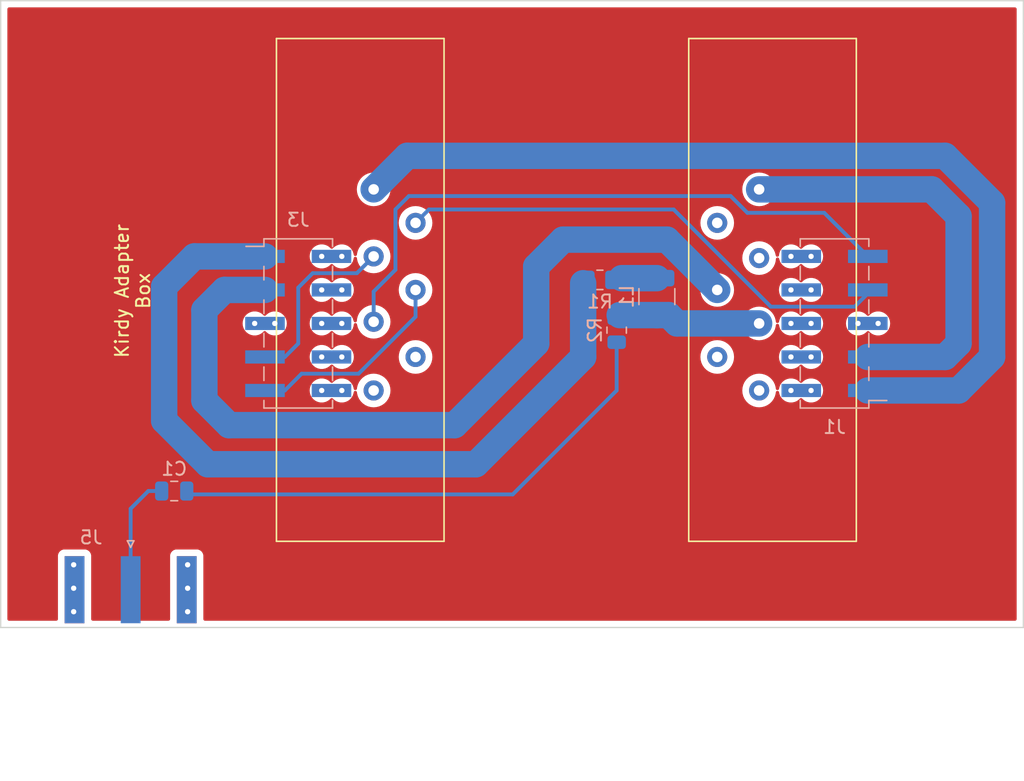
<source format=kicad_pcb>
(kicad_pcb (version 20211014) (generator pcbnew)

  (general
    (thickness 4.69)
  )

  (paper "A4")
  (layers
    (0 "F.Cu" signal)
    (1 "In1.Cu" signal)
    (2 "In2.Cu" signal)
    (31 "B.Cu" signal)
    (32 "B.Adhes" user "B.Adhesive")
    (33 "F.Adhes" user "F.Adhesive")
    (34 "B.Paste" user)
    (35 "F.Paste" user)
    (36 "B.SilkS" user "B.Silkscreen")
    (37 "F.SilkS" user "F.Silkscreen")
    (38 "B.Mask" user)
    (39 "F.Mask" user)
    (40 "Dwgs.User" user "User.Drawings")
    (41 "Cmts.User" user "User.Comments")
    (42 "Eco1.User" user "User.Eco1")
    (43 "Eco2.User" user "User.Eco2")
    (44 "Edge.Cuts" user)
    (45 "Margin" user)
    (46 "B.CrtYd" user "B.Courtyard")
    (47 "F.CrtYd" user "F.Courtyard")
    (48 "B.Fab" user)
    (49 "F.Fab" user)
    (50 "User.1" user)
    (51 "User.2" user)
    (52 "User.3" user)
    (53 "User.4" user)
    (54 "User.5" user)
    (55 "User.6" user)
    (56 "User.7" user)
    (57 "User.8" user)
    (58 "User.9" user)
  )

  (setup
    (stackup
      (layer "F.SilkS" (type "Top Silk Screen"))
      (layer "F.Paste" (type "Top Solder Paste"))
      (layer "F.Mask" (type "Top Solder Mask") (thickness 0.01))
      (layer "F.Cu" (type "copper") (thickness 0.035))
      (layer "dielectric 1" (type "core") (thickness 1.51) (material "FR4") (epsilon_r 4.5) (loss_tangent 0.02))
      (layer "In1.Cu" (type "copper") (thickness 0.035))
      (layer "dielectric 2" (type "prepreg") (thickness 1.51) (material "FR4") (epsilon_r 4.5) (loss_tangent 0.02))
      (layer "In2.Cu" (type "copper") (thickness 0.035))
      (layer "dielectric 3" (type "core") (thickness 1.51) (material "FR4") (epsilon_r 4.5) (loss_tangent 0.02))
      (layer "B.Cu" (type "copper") (thickness 0.035))
      (layer "B.Mask" (type "Bottom Solder Mask") (thickness 0.01))
      (layer "B.Paste" (type "Bottom Solder Paste"))
      (layer "B.SilkS" (type "Bottom Silk Screen"))
      (copper_finish "None")
      (dielectric_constraints no)
    )
    (pad_to_mask_clearance 0)
    (pcbplotparams
      (layerselection 0x00010fc_ffffffff)
      (disableapertmacros false)
      (usegerberextensions true)
      (usegerberattributes true)
      (usegerberadvancedattributes true)
      (creategerberjobfile false)
      (svguseinch false)
      (svgprecision 6)
      (excludeedgelayer true)
      (plotframeref false)
      (viasonmask false)
      (mode 1)
      (useauxorigin false)
      (hpglpennumber 1)
      (hpglpenspeed 20)
      (hpglpendiameter 15.000000)
      (dxfpolygonmode true)
      (dxfimperialunits true)
      (dxfusepcbnewfont true)
      (psnegative false)
      (psa4output false)
      (plotreference false)
      (plotvalue false)
      (plotinvisibletext false)
      (sketchpadsonfab false)
      (subtractmaskfromsilk true)
      (outputformat 1)
      (mirror false)
      (drillshape 0)
      (scaleselection 1)
      (outputdirectory "gerber/")
    )
  )

  (net 0 "")
  (net 1 "Net-(C1-Pad1)")
  (net 2 "Net-(C1-Pad2)")
  (net 3 "GND")
  (net 4 "unconnected-(J2-Pad6)")
  (net 5 "Net-(J2-Pad5)")
  (net 6 "unconnected-(J2-Pad7)")
  (net 7 "Net-(L1-Pad1)")
  (net 8 "Net-(J2-Pad1)")
  (net 9 "Net-(J2-Pad2)")
  (net 10 "Net-(R1-Pad1)")
  (net 11 "Net-(J4-Pad4)")
  (net 12 "Net-(J1-Pad3)")
  (net 13 "unconnected-(J4-Pad1)")
  (net 14 "unconnected-(J4-Pad2)")
  (net 15 "Net-(J4-Pad3)")
  (net 16 "unconnected-(J4-Pad5)")
  (net 17 "Net-(J3-Pad7)")
  (net 18 "Net-(J3-Pad9)")

  (footprint "laserSocket:socket left" (layer "F.Cu") (at 88.9 114.3))

  (footprint "laserSocket:socket left" (layer "F.Cu") (at 116.84 129.54 180))

  (footprint "Inductor_SMD:L_1210_3225Metric" (layer "B.Cu") (at 109.728 122.428 -90))

  (footprint "Connector_Coaxial:SMA_Amphenol_132289_EdgeMount" (layer "B.Cu") (at 69.85 144.6375 -90))

  (footprint "Resistor_SMD:R_0805_2012Metric" (layer "B.Cu") (at 106.68 124.968 -90))

  (footprint "Connector_PinSocket_2.54mm:PinSocket_2x05_P2.54mm_Vertical_SMD" (layer "B.Cu") (at 123.19 124.46))

  (footprint "Connector_PinSocket_2.54mm:PinSocket_2x05_P2.54mm_Vertical_SMD" (layer "B.Cu") (at 82.55 124.46 180))

  (footprint "Resistor_SMD:R_0805_2012Metric" (layer "B.Cu") (at 105.41 121.158))

  (footprint "Capacitor_SMD:C_0805_2012Metric" (layer "B.Cu") (at 73.152 137.16 180))

  (gr_line (start 60 100) (end 60 147.5) (layer "Edge.Cuts") (width 0.1) (tstamp 0dd8cdc7-a913-4a23-960f-436fac2a9074))
  (gr_line (start 137.5 147.5) (end 137.5 102.5) (layer "Edge.Cuts") (width 0.1) (tstamp 327d2e3c-8f98-49de-bb35-56cf1c48e300))
  (gr_line (start 137.5 100) (end 60 100) (layer "Edge.Cuts") (width 0.1) (tstamp 3d3ed3d6-c0e1-4e6e-9aab-afef675b2a62))
  (gr_line (start 60 147.5) (end 137.5 147.5) (layer "Edge.Cuts") (width 0.1) (tstamp 9e36a96f-5e45-4833-99e9-7da92039d045))
  (gr_line (start 137.5 102.5) (end 137.5 100) (layer "Edge.Cuts") (width 0.1) (tstamp cfbbe543-82b2-4200-a089-411970780225))
  (gr_text "Kirdy Adapter\nBox" (at 70 122 90) (layer "F.SilkS") (tstamp dad8d6d9-b66c-4afb-b19e-c18d30565d65)
    (effects (font (size 1 1) (thickness 0.15)))
  )

  (segment (start 98.806 137.414) (end 106.68 129.54) (width 0.2921) (layer "B.Cu") (net 1) (tstamp 9ce24c0e-b5d7-413d-93eb-531b2bf450cb))
  (segment (start 74.356 137.414) (end 98.806 137.414) (width 0.2921) (layer "B.Cu") (net 1) (tstamp cc598743-045d-4ff4-b01a-6c51321444b4))
  (segment (start 106.68 129.54) (end 106.68 125.8805) (width 0.2921) (layer "B.Cu") (net 1) (tstamp d676bca8-426f-4cf7-8fc6-56845347d9b2))
  (segment (start 74.102 137.16) (end 74.356 137.414) (width 0.2921) (layer "B.Cu") (net 1) (tstamp eb3fadc4-fb75-45e2-ac32-af6c663800b5))
  (segment (start 69.85 144.6375) (end 69.85 138.496) (width 0.2921) (layer "B.Cu") (net 2) (tstamp 0c2f545f-7890-405c-9a05-04b03c6f2e0a))
  (segment (start 71.186 137.16) (end 72.202 137.16) (width 0.2921) (layer "B.Cu") (net 2) (tstamp a196ac76-f011-46f9-8415-c14cb78327c6))
  (segment (start 69.85 138.496) (end 71.186 137.16) (width 0.2921) (layer "B.Cu") (net 2) (tstamp d3b1d39c-b124-4d2d-8c3f-1513810dfe7b))
  (via (at 84.328 127) (size 0.8) (drill 0.4) (layers "F.Cu" "B.Cu") (net 3) (tstamp 023dde8e-ff90-43d3-b2d2-26e5e78c5968))
  (via (at 85.852 121.92) (size 0.8) (drill 0.4) (layers "F.Cu" "B.Cu") (net 3) (tstamp 02ba19d3-0dbe-43ca-9cd2-00cddc5b2fe3))
  (via (at 74.168 144.526) (size 0.8) (drill 0.4) (layers "F.Cu" "B.Cu") (net 3) (tstamp 032c87f2-8fa6-4376-a928-59940e5facf1))
  (via (at 121.412 119.38) (size 0.8) (drill 0.4) (layers "F.Cu" "B.Cu") (net 3) (tstamp 0ab451ef-0fec-454f-84c7-04a9cf014434))
  (via (at 65.532 142.748) (size 0.8) (drill 0.4) (layers "F.Cu" "B.Cu") (net 3) (tstamp 114a6615-e40e-405b-8307-76a41e3b05b2))
  (via (at 121.412 121.92) (size 0.8) (drill 0.4) (layers "F.Cu" "B.Cu") (net 3) (tstamp 1d771ce2-6014-40a5-9ffe-9ad675cecd70))
  (via (at 119.888 121.92) (size 0.8) (drill 0.4) (layers "F.Cu" "B.Cu") (net 3) (tstamp 2d54e14e-178a-49bb-8f49-cde5ed639059))
  (via (at 119.888 129.54) (size 0.8) (drill 0.4) (layers "F.Cu" "B.Cu") (net 3) (tstamp 39b5f5e3-1768-4339-9323-fc2d5eff8f4e))
  (via (at 85.852 119.38) (size 0.8) (drill 0.4) (layers "F.Cu" "B.Cu") (net 3) (tstamp 71d1fa57-2ccd-40bc-a92f-ca6f48b5ef99))
  (via (at 85.852 129.54) (size 0.8) (drill 0.4) (layers "F.Cu" "B.Cu") (net 3) (tstamp 76843898-e5b5-48dd-b9dd-5e981add149a))
  (via (at 85.852 124.46) (size 0.8) (drill 0.4) (layers "F.Cu" "B.Cu") (net 3) (tstamp 7750e24a-a882-4f3c-a547-25253813efad))
  (via (at 65.532 144.526) (size 0.8) (drill 0.4) (layers "F.Cu" "B.Cu") (net 3) (tstamp 7c9955fe-faa9-4dde-a6f3-7878f9057d0c))
  (via (at 74.168 146.304) (size 0.8) (drill 0.4) (layers "F.Cu" "B.Cu") (net 3) (tstamp 946e76ac-2ad9-4255-b0d5-e59487856dfd))
  (via (at 85.852 127) (size 0.8) (drill 0.4) (layers "F.Cu" "B.Cu") (net 3) (tstamp 9872440c-1633-442a-bbba-2deaa8908f12))
  (via (at 121.412 129.54) (size 0.8) (drill 0.4) (layers "F.Cu" "B.Cu") (net 3) (tstamp 998ce242-f4bd-4604-b8e3-bd18865f5c64))
  (via (at 121.412 124.46) (size 0.8) (drill 0.4) (layers "F.Cu" "B.Cu") (net 3) (tstamp 9e8f13c7-4072-42d7-85f8-762815242b57))
  (via (at 84.328 119.38) (size 0.8) (drill 0.4) (layers "F.Cu" "B.Cu") (net 3) (tstamp b161c109-f049-4570-93a4-c798f7a4f340))
  (via (at 84.328 129.54) (size 0.8) (drill 0.4) (layers "F.Cu" "B.Cu") (net 3) (tstamp b68b83cb-c4ff-472f-8cb2-17fc47c72d4d))
  (via (at 80.772 124.46) (size 0.8) (drill 0.4) (layers "F.Cu" "B.Cu") (net 3) (tstamp c391a321-b6ca-4d51-83e9-210ba48d2d37))
  (via (at 84.328 121.92) (size 0.8) (drill 0.4) (layers "F.Cu" "B.Cu") (net 3) (tstamp c3b80648-a6b5-4392-aecb-062aa55cdf96))
  (via (at 124.968 124.46) (size 0.8) (drill 0.4) (layers "F.Cu" "B.Cu") (net 3) (tstamp c6852530-7912-4ddd-a97b-0780e1f33643))
  (via (at 119.888 124.46) (size 0.8) (drill 0.4) (layers "F.Cu" "B.Cu") (net 3) (tstamp ce959c69-3fa9-4280-9fa4-05cfa3c4c4c9))
  (via (at 126.492 124.46) (size 0.8) (drill 0.4) (layers "F.Cu" "B.Cu") (net 3) (tstamp d63ce068-643f-4259-8b31-9d19f5b77006))
  (via (at 79.248 124.46) (size 0.8) (drill 0.4) (layers "F.Cu" "B.Cu") (net 3) (tstamp dafa75d9-8fa2-412f-bc14-4e1c29ac6a6d))
  (via (at 74.168 142.748) (size 0.8) (drill 0.4) (layers "F.Cu" "B.Cu") (net 3) (tstamp de8858b4-8eb0-40ad-b113-deeea9db8e63))
  (via (at 119.888 127) (size 0.8) (drill 0.4) (layers "F.Cu" "B.Cu") (net 3) (tstamp e2902108-8f03-46ce-86a6-88667bb9e43f))
  (via (at 84.328 124.46) (size 0.8) (drill 0.4) (layers "F.Cu" "B.Cu") (net 3) (tstamp e46a6673-e444-4245-b53d-64d54f200448))
  (via (at 65.532 146.304) (size 0.8) (drill 0.4) (layers "F.Cu" "B.Cu") (net 3) (tstamp f5a0009b-9db3-463e-963c-dd9762f2f0af))
  (via (at 121.412 127) (size 0.8) (drill 0.4) (layers "F.Cu" "B.Cu") (net 3) (tstamp fe6af988-988f-4d38-a1a1-96fd53588ab0))
  (via (at 119.888 119.38) (size 0.8) (drill 0.4) (layers "F.Cu" "B.Cu") (net 3) (tstamp fee108d0-e5f1-43f5-b8aa-af556904f073))
  (segment (start 115.316 114.808) (end 90.932 114.808) (width 0.2921) (layer "B.Cu") (net 5) (tstamp 32fe7423-1396-4528-8a3d-26f4d398caf3))
  (segment (start 89.916 115.824) (end 89.916 120.396) (width 0.2921) (layer "B.Cu") (net 5) (tstamp 3c5ca2c3-00f6-436b-9928-5f5e0389b4e9))
  (segment (start 90.932 114.808) (end 89.916 115.824) (width 0.2921) (layer "B.Cu") (net 5) (tstamp 3d1bfafc-4b65-44e3-8b1d-cd1df3504455))
  (segment (start 116.586 116.078) (end 115.316 114.808) (width 0.2921) (layer "B.Cu") (net 5) (tstamp 89872191-87a7-499c-8c05-a394cf467ee7))
  (segment (start 125.71 119.38) (end 122.408 116.078) (width 0.2921) (layer "B.Cu") (net 5) (tstamp 93593992-3311-4339-b88e-1d7fe778f862))
  (segment (start 89.916 120.396) (end 88.265 122.047) (width 0.2921) (layer "B.Cu") (net 5) (tstamp ba8947a7-8366-4bfc-a8c9-5ed8d4218181))
  (segment (start 122.408 116.078) (end 116.586 116.078) (width 0.2921) (layer "B.Cu") (net 5) (tstamp beec0a5a-5216-4d5f-a9b3-996ba1c42a25))
  (segment (start 88.265 122.047) (end 88.265 124.333) (width 0.2921) (layer "B.Cu") (net 5) (tstamp d28af909-47db-4683-9d63-0225ba150f68))
  (segment (start 109.728 121.028) (end 107.064 121.028) (width 2) (layer "B.Cu") (net 7) (tstamp 34ca2e2c-74a4-4c9f-ad0f-6713d4356279))
  (segment (start 135.128 115.316) (end 131.572 111.76) (width 2) (layer "B.Cu") (net 8) (tstamp 03c5583a-00b8-4475-a056-9215917559f7))
  (segment (start 90.805 111.76) (end 88.265 114.3) (width 2) (layer "B.Cu") (net 8) (tstamp 0662a8da-2916-4ce8-8c8d-61b6bb6363af))
  (segment (start 135.128 127) (end 135.128 115.316) (width 2) (layer "B.Cu") (net 8) (tstamp b7455917-d437-4b51-ba57-0bd52ad5539e))
  (segment (start 125.71 129.54) (end 132.588 129.54) (width 2) (layer "B.Cu") (net 8) (tstamp b8c6e6ac-d79c-4bdd-aad2-cbd33b8f9ea8))
  (segment (start 131.572 111.76) (end 90.805 111.76) (width 2) (layer "B.Cu") (net 8) (tstamp bbc754e1-710d-48a7-be84-8951bdf68f7c))
  (segment (start 132.588 129.54) (end 135.128 127) (width 2) (layer "B.Cu") (net 8) (tstamp dab97240-bd68-4545-82ad-e21cd04cd627))
  (segment (start 92.456 115.824) (end 110.998 115.824) (width 0.2921) (layer "B.Cu") (net 9) (tstamp 1686e81c-a754-4dbb-ac85-17c611e6e6ef))
  (segment (start 124.714 123.19) (end 125.71 122.194) (width 0.2921) (layer "B.Cu") (net 9) (tstamp 1e2be9f6-58d8-4671-88be-8ce7d6a9cf2d))
  (segment (start 110.998 115.824) (end 118.364 123.19) (width 0.2921) (layer "B.Cu") (net 9) (tstamp 454bc832-9e3c-44a3-89eb-8cb18d42a4be))
  (segment (start 91.44 116.84) (end 92.456 115.824) (width 0.2921) (layer "B.Cu") (net 9) (tstamp 8b7cca16-f5e8-4612-851e-9c37f3aaef3c))
  (segment (start 118.364 123.19) (end 124.714 123.19) (width 0.2921) (layer "B.Cu") (net 9) (tstamp c4fe1b11-ef7a-47ac-9ac0-f46270e69f83))
  (segment (start 125.71 122.194) (end 125.71 121.92) (width 0.2921) (layer "B.Cu") (net 9) (tstamp d4de7a82-3cda-4b81-b915-09099d3e65ff))
  (segment (start 72.39 131.826) (end 75.692 135.128) (width 2) (layer "B.Cu") (net 10) (tstamp 290ca351-3cae-44cc-92c6-28ca0e10e565))
  (segment (start 80.03 119.38) (end 74.676 119.38) (width 2) (layer "B.Cu") (net 10) (tstamp 4c433c49-d153-4fa5-b5d2-68e9a608b920))
  (segment (start 96.012 135.128) (end 104.14 127) (width 2) (layer "B.Cu") (net 10) (tstamp 5f698acb-bc32-4732-91df-6d807bb2f685))
  (segment (start 74.676 119.38) (end 72.39 121.666) (width 2) (layer "B.Cu") (net 10) (tstamp a7e641e7-2d7e-46a9-96a5-c5815a2da409))
  (segment (start 104.14 127) (end 104.14 121.412) (width 2) (layer "B.Cu") (net 10) (tstamp c5ffc18e-65fb-4b6c-9bb3-677adc1e1b55))
  (segment (start 72.39 121.666) (end 72.39 131.826) (width 2) (layer "B.Cu") (net 10) (tstamp d49034df-1706-4b16-8ea5-a4663e533b9e))
  (segment (start 75.692 135.128) (end 96.012 135.128) (width 2) (layer "B.Cu") (net 10) (tstamp ebfd9e27-f257-47f8-8a84-4f09c4412d37))
  (segment (start 76.962 121.92) (end 80.03 121.92) (width 2) (layer "B.Cu") (net 11) (tstamp 00cd7197-f38f-41c8-a2cd-acba6904336a))
  (segment (start 94.402 132.166) (end 77.302 132.166) (width 2) (layer "B.Cu") (net 11) (tstamp 04078a4b-aa07-4eb1-acc5-a28be7b030b0))
  (segment (start 100.584 120.142) (end 100.584 125.984) (width 2) (layer "B.Cu") (net 11) (tstamp 7b6a95b1-5957-426e-b4bd-b21a2da2e95e))
  (segment (start 110.49 118.11) (end 102.616 118.11) (width 2) (layer "B.Cu") (net 11) (tstamp 7cb3689b-6e1f-4b84-97a1-3ab3215a6a09))
  (segment (start 77.302 132.166) (end 75.438 130.302) (width 2) (layer "B.Cu") (net 11) (tstamp 9b37c296-0cdc-4691-a081-e1de749b1b47))
  (segment (start 114.3 121.92) (end 110.49 118.11) (width 2) (layer "B.Cu") (net 11) (tstamp ab3c0e8e-0bb6-40d2-943e-01f7b76ef00a))
  (segment (start 75.438 130.302) (end 75.438 123.444) (width 2) (layer "B.Cu") (net 11) (tstamp c22d28b2-56b1-441d-8a0d-a6f8614f5576))
  (segment (start 100.584 125.984) (end 94.402 132.166) (width 2) (layer "B.Cu") (net 11) (tstamp e71cf2f3-3a10-4db1-9b57-bb6bbe6c81fe))
  (segment (start 102.616 118.11) (end 100.584 120.142) (width 2) (layer "B.Cu") (net 11) (tstamp f383fd0d-c3c4-4193-b352-ce5c2903b209))
  (segment (start 75.438 123.444) (end 76.962 121.92) (width 2) (layer "B.Cu") (net 11) (tstamp f5af71c6-580c-4f16-a442-7ec6cce6bc69))
  (segment (start 132.588 116.332) (end 130.556 114.3) (width 2) (layer "B.Cu") (net 12) (tstamp 0fc2cafb-fbca-4091-a30b-6007a582e3ec))
  (segment (start 131.572 127) (end 132.588 125.984) (width 2) (layer "B.Cu") (net 12) (tstamp 3aa3b48a-163d-4fa0-850f-7910ecf45e2e))
  (segment (start 132.588 125.984) (end 132.588 116.332) (width 2) (layer "B.Cu") (net 12) (tstamp 7c7af7f9-dc5e-4038-b6e9-659ed7f2edfa))
  (segment (start 130.556 114.3) (end 117.475 114.3) (width 2) (layer "B.Cu") (net 12) (tstamp b68d3c9f-2240-4030-8ddc-13817c32c1ef))
  (segment (start 125.71 127) (end 131.572 127) (width 2) (layer "B.Cu") (net 12) (tstamp d9991306-94b5-4905-9341-138e38d3edfe))
  (segment (start 109.728 123.828) (end 106.9075 123.828) (width 2) (layer "B.Cu") (net 15) (tstamp 112da3bd-ccae-4733-abec-06f2517f8e74))
  (segment (start 109.728 123.828) (end 110.62 123.828) (width 2) (layer "B.Cu") (net 15) (tstamp 507fb512-c58d-48df-8faa-07b2a6a1ce28))
  (segment (start 110.62 123.828) (end 111.252 124.46) (width 2) (layer "B.Cu") (net 15) (tstamp 758b093b-a392-4860-9112-c89e17c13b87))
  (segment (start 111.252 124.46) (end 117.475 124.46) (width 2) (layer "B.Cu") (net 15) (tstamp 78b4124d-63f8-4f96-906d-fdf4071dd6a9))
  (segment (start 86.995 120.65) (end 88.265 119.38) (width 0.2921) (layer "B.Cu") (net 17) (tstamp 26e06c25-2b29-4148-90ed-2fd76d845fec))
  (segment (start 83.6479 120.65) (end 86.995 120.65) (width 0.2921) (layer "B.Cu") (net 17) (tstamp 6c05e6b6-3490-4dfb-86d5-91f3bf9f703b))
  (segment (start 80.03 127) (end 81.534 127) (width 0.2921) (layer "B.Cu") (net 17) (tstamp 817cdf98-d0b1-4176-b874-edcf4bc724ec))
  (segment (start 82.55 125.984) (end 82.55 121.7479) (width 0.2921) (layer "B.Cu") (net 17) (tstamp abbc0674-7bd9-42d3-b2e9-86d52383e383))
  (segment (start 81.534 127) (end 82.55 125.984) (width 0.2921) (layer "B.Cu") (net 17) (tstamp eea82c48-66ff-419f-9c20-51aa3d56de10))
  (segment (start 82.55 121.7479) (end 83.6479 120.65) (width 0.2921) (layer "B.Cu") (net 17) (tstamp f192c19c-fa35-486d-a9e6-3612277ef198))
  (segment (start 87.122 128.27) (end 91.44 123.952) (width 0.2921) (layer "B.Cu") (net 18) (tstamp 033e4d2a-cc0d-4ef4-af03-8b759c2ad2e9))
  (segment (start 80.03 129.54) (end 81.534 129.54) (width 0.2921) (layer "B.Cu") (net 18) (tstamp 1e7f190c-2a57-4eeb-9088-da3fe468a491))
  (segment (start 82.804 128.27) (end 87.122 128.27) (width 0.2921) (layer "B.Cu") (net 18) (tstamp 4e8532ab-c767-45fa-9af4-2083debabcdd))
  (segment (start 81.534 129.54) (end 82.804 128.27) (width 0.2921) (layer "B.Cu") (net 18) (tstamp 82a3c219-baf8-46f5-b1d4-c69da5d64d0a))
  (segment (start 91.44 123.952) (end 91.44 121.92) (width 0.2921) (layer "B.Cu") (net 18) (tstamp 90e4f524-6db0-481f-a9d0-c248f8737160))

  (zone (net 0) (net_name "") (layer "F.Cu") (tstamp a88d8bc5-3d68-4a74-8420-46c2f2e4a4d4) (hatch edge 0.508)
    (connect_pads yes (clearance 0.508))
    (min_thickness 0.254) (filled_areas_thickness no)
    (fill yes (thermal_gap 0.508) (thermal_bridge_width 0.508) (island_removal_mode 1) (island_area_min 0))
    (polygon
      (pts
        (xy 137 147)
        (xy 60 147)
        (xy 60 100)
        (xy 137 100)
      )
    )
    (filled_polygon
      (layer "F.Cu")
      (island)
      (pts
        (xy 136.933621 100.528502)
        (xy 136.980114 100.582158)
        (xy 136.9915 100.6345)
        (xy 136.9915 146.8655)
        (xy 136.971498 146.933621)
        (xy 136.917842 146.980114)
        (xy 136.8655 146.9915)
        (xy 75.4845 146.9915)
        (xy 75.416379 146.971498)
        (xy 75.369886 146.917842)
        (xy 75.3585 146.8655)
        (xy 75.3585 142.049366)
        (xy 75.351745 141.987184)
        (xy 75.300615 141.850795)
        (xy 75.213261 141.734239)
        (xy 75.096705 141.646885)
        (xy 74.960316 141.595755)
        (xy 74.898134 141.589)
        (xy 73.301866 141.589)
        (xy 73.239684 141.595755)
        (xy 73.103295 141.646885)
        (xy 72.986739 141.734239)
        (xy 72.899385 141.850795)
        (xy 72.848255 141.987184)
        (xy 72.8415 142.049366)
        (xy 72.8415 146.8655)
        (xy 72.821498 146.933621)
        (xy 72.767842 146.980114)
        (xy 72.7155 146.9915)
        (xy 66.9845 146.9915)
        (xy 66.916379 146.971498)
        (xy 66.869886 146.917842)
        (xy 66.8585 146.8655)
        (xy 66.8585 142.049366)
        (xy 66.851745 141.987184)
        (xy 66.800615 141.850795)
        (xy 66.713261 141.734239)
        (xy 66.596705 141.646885)
        (xy 66.460316 141.595755)
        (xy 66.398134 141.589)
        (xy 64.801866 141.589)
        (xy 64.739684 141.595755)
        (xy 64.603295 141.646885)
        (xy 64.486739 141.734239)
        (xy 64.399385 141.850795)
        (xy 64.348255 141.987184)
        (xy 64.3415 142.049366)
        (xy 64.3415 146.8655)
        (xy 64.321498 146.933621)
        (xy 64.267842 146.980114)
        (xy 64.2155 146.9915)
        (xy 60.6345 146.9915)
        (xy 60.566379 146.971498)
        (xy 60.519886 146.917842)
        (xy 60.5085 146.8655)
        (xy 60.5085 129.54)
        (xy 83.414496 129.54)
        (xy 83.434458 129.729928)
        (xy 83.493473 129.911556)
        (xy 83.58896 130.076944)
        (xy 83.593378 130.081851)
        (xy 83.593379 130.081852)
        (xy 83.659635 130.155437)
        (xy 83.716747 130.218866)
        (xy 83.871248 130.331118)
        (xy 83.877276 130.333802)
        (xy 83.877278 130.333803)
        (xy 83.935626 130.359781)
        (xy 84.045712 130.408794)
        (xy 84.139113 130.428647)
        (xy 84.226056 130.447128)
        (xy 84.226061 130.447128)
        (xy 84.232513 130.4485)
        (xy 84.423487 130.4485)
        (xy 84.429939 130.447128)
        (xy 84.429944 130.447128)
        (xy 84.516887 130.428647)
        (xy 84.610288 130.408794)
        (xy 84.720374 130.359781)
        (xy 84.778722 130.333803)
        (xy 84.778724 130.333802)
        (xy 84.784752 130.331118)
        (xy 84.939253 130.218866)
        (xy 84.996365 130.155436)
        (xy 85.05681 130.118198)
        (xy 85.127794 130.11955)
        (xy 85.183634 130.155436)
        (xy 85.240747 130.218866)
        (xy 85.395248 130.331118)
        (xy 85.401276 130.333802)
        (xy 85.401278 130.333803)
        (xy 85.459626 130.359781)
        (xy 85.569712 130.408794)
        (xy 85.663113 130.428647)
        (xy 85.750056 130.447128)
        (xy 85.750061 130.447128)
        (xy 85.756513 130.4485)
        (xy 85.947487 130.4485)
        (xy 85.953939 130.447128)
        (xy 85.953944 130.447128)
        (xy 86.040887 130.428647)
        (xy 86.134288 130.408794)
        (xy 86.244374 130.359781)
        (xy 86.302722 130.333803)
        (xy 86.302724 130.333802)
        (xy 86.308752 130.331118)
        (xy 86.463253 130.218866)
        (xy 86.520365 130.155437)
        (xy 86.586621 130.081852)
        (xy 86.586622 130.081851)
        (xy 86.59104 130.076944)
        (xy 86.686527 129.911556)
        (xy 86.745542 129.729928)
        (xy 86.751044 129.677579)
        (xy 86.778057 129.611923)
        (xy 86.836279 129.571293)
        (xy 86.907224 129.56859)
        (xy 86.968368 129.604672)
        (xy 87.000298 129.668083)
        (xy 87.001875 129.679767)
        (xy 87.009022 129.761463)
        (xy 87.06656 129.976196)
        (xy 87.068882 129.981177)
        (xy 87.068883 129.981178)
        (xy 87.158186 130.172689)
        (xy 87.158189 130.172694)
        (xy 87.160512 130.177676)
        (xy 87.163668 130.182183)
        (xy 87.163669 130.182185)
        (xy 87.185918 130.213959)
        (xy 87.288023 130.359781)
        (xy 87.445219 130.516977)
        (xy 87.449727 130.520134)
        (xy 87.44973 130.520136)
        (xy 87.525495 130.573187)
        (xy 87.627323 130.644488)
        (xy 87.632305 130.646811)
        (xy 87.63231 130.646814)
        (xy 87.823822 130.736117)
        (xy 87.828804 130.73844)
        (xy 87.834112 130.739862)
        (xy 87.834114 130.739863)
        (xy 87.899949 130.757503)
        (xy 88.043537 130.795978)
        (xy 88.265 130.815353)
        (xy 88.486463 130.795978)
        (xy 88.630051 130.757503)
        (xy 88.695886 130.739863)
        (xy 88.695888 130.739862)
        (xy 88.701196 130.73844)
        (xy 88.706178 130.736117)
        (xy 88.89769 130.646814)
        (xy 88.897695 130.646811)
        (xy 88.902677 130.644488)
        (xy 89.004505 130.573187)
        (xy 89.08027 130.520136)
        (xy 89.080273 130.520134)
        (xy 89.084781 130.516977)
        (xy 89.241977 130.359781)
        (xy 89.344083 130.213959)
        (xy 89.366331 130.182185)
        (xy 89.366332 130.182183)
        (xy 89.369488 130.177676)
        (xy 89.371811 130.172694)
        (xy 89.371814 130.172689)
        (xy 89.461117 129.981178)
        (xy 89.461118 129.981177)
        (xy 89.46344 129.976196)
        (xy 89.520978 129.761463)
        (xy 89.540353 129.54)
        (xy 116.199647 129.54)
        (xy 116.219022 129.761463)
        (xy 116.27656 129.976196)
        (xy 116.278882 129.981177)
        (xy 116.278883 129.981178)
        (xy 116.368186 130.172689)
        (xy 116.368189 130.172694)
        (xy 116.370512 130.177676)
        (xy 116.373668 130.182183)
        (xy 116.373669 130.182185)
        (xy 116.395918 130.213959)
        (xy 116.498023 130.359781)
        (xy 116.655219 130.516977)
        (xy 116.659727 130.520134)
        (xy 116.65973 130.520136)
        (xy 116.735495 130.573187)
        (xy 116.837323 130.644488)
        (xy 116.842305 130.646811)
        (xy 116.84231 130.646814)
        (xy 117.033822 130.736117)
        (xy 117.038804 130.73844)
        (xy 117.044112 130.739862)
        (xy 117.044114 130.739863)
        (xy 117.109949 130.757503)
        (xy 117.253537 130.795978)
        (xy 117.475 130.815353)
        (xy 117.696463 130.795978)
        (xy 117.840051 130.757503)
        (xy 117.905886 130.739863)
        (xy 117.905888 130.739862)
        (xy 117.911196 130.73844)
        (xy 117.916178 130.736117)
        (xy 118.10769 130.646814)
        (xy 118.107695 130.646811)
        (xy 118.112677 130.644488)
        (xy 118.214505 130.573187)
        (xy 118.29027 130.520136)
        (xy 118.290273 130.520134)
        (xy 118.294781 130.516977)
        (xy 118.451977 130.359781)
        (xy 118.554083 130.213959)
        (xy 118.576331 130.182185)
        (xy 118.576332 130.182183)
        (xy 118.579488 130.177676)
        (xy 118.581811 130.172694)
        (xy 118.581814 130.172689)
        (xy 118.671117 129.981178)
        (xy 118.671118 129.981177)
        (xy 118.67344 129.976196)
        (xy 118.730978 129.761463)
        (xy 118.738125 129.679769)
        (xy 118.763988 129.613651)
        (xy 118.821492 129.572011)
        (xy 118.892379 129.56807)
        (xy 118.954144 129.603079)
        (xy 118.987176 129.665923)
        (xy 118.988956 129.677578)
        (xy 118.994458 129.729928)
        (xy 119.053473 129.911556)
        (xy 119.14896 130.076944)
        (xy 119.153378 130.081851)
        (xy 119.153379 130.081852)
        (xy 119.219635 130.155437)
        (xy 119.276747 130.218866)
        (xy 119.431248 130.331118)
        (xy 119.437276 130.333802)
        (xy 119.437278 130.333803)
        (xy 119.495626 130.359781)
        (xy 119.605712 130.408794)
        (xy 119.699113 130.428647)
        (xy 119.786056 130.447128)
        (xy 119.786061 130.447128)
        (xy 119.792513 130.4485)
        (xy 119.983487 130.4485)
        (xy 119.989939 130.447128)
        (xy 119.989944 130.447128)
        (xy 120.076887 130.428647)
        (xy 120.170288 130.408794)
        (xy 120.280374 130.359781)
        (xy 120.338722 130.333803)
        (xy 120.338724 130.333802)
        (xy 120.344752 130.331118)
        (xy 120.499253 130.218866)
        (xy 120.556365 130.155436)
        (xy 120.61681 130.118198)
        (xy 120.687794 130.11955)
        (xy 120.743634 130.155436)
        (xy 120.800747 130.218866)
        (xy 120.955248 130.331118)
        (xy 120.961276 130.333802)
        (xy 120.961278 130.333803)
        (xy 121.019626 130.359781)
        (xy 121.129712 130.408794)
        (xy 121.223113 130.428647)
        (xy 121.310056 130.447128)
        (xy 121.310061 130.447128)
        (xy 121.316513 130.4485)
        (xy 121.507487 130.4485)
        (xy 121.513939 130.447128)
        (xy 121.513944 130.447128)
        (xy 121.600887 130.428647)
        (xy 121.694288 130.408794)
        (xy 121.804374 130.359781)
        (xy 121.862722 130.333803)
        (xy 121.862724 130.333802)
        (xy 121.868752 130.331118)
        (xy 122.023253 130.218866)
        (xy 122.080365 130.155437)
        (xy 122.146621 130.081852)
        (xy 122.146622 130.081851)
        (xy 122.15104 130.076944)
        (xy 122.246527 129.911556)
        (xy 122.305542 129.729928)
        (xy 122.325504 129.54)
        (xy 122.305542 129.350072)
        (xy 122.246527 129.168444)
        (xy 122.15104 129.003056)
        (xy 122.112678 128.96045)
        (xy 122.027675 128.866045)
        (xy 122.027671 128.866041)
        (xy 122.023253 128.861134)
        (xy 121.868752 128.748882)
        (xy 121.862724 128.746198)
        (xy 121.862722 128.746197)
        (xy 121.700319 128.673891)
        (xy 121.700318 128.673891)
        (xy 121.694288 128.671206)
        (xy 121.600888 128.651353)
        (xy 121.513944 128.632872)
        (xy 121.513939 128.632872)
        (xy 121.507487 128.6315)
        (xy 121.316513 128.6315)
        (xy 121.310061 128.632872)
        (xy 121.310056 128.632872)
        (xy 121.223112 128.651353)
        (xy 121.129712 128.671206)
        (xy 121.123682 128.673891)
        (xy 121.123681 128.673891)
        (xy 120.961278 128.746197)
        (xy 120.961276 128.746198)
        (xy 120.955248 128.748882)
        (xy 120.800747 128.861134)
        (xy 120.743635 128.924564)
        (xy 120.68319 128.961802)
        (xy 120.612206 128.96045)
        (xy 120.556366 128.924564)
        (xy 120.499253 128.861134)
        (xy 120.344752 128.748882)
        (xy 120.338724 128.746198)
        (xy 120.338722 128.746197)
        (xy 120.176319 128.673891)
        (xy 120.176318 128.673891)
        (xy 120.170288 128.671206)
        (xy 120.076888 128.651353)
        (xy 119.989944 128.632872)
        (xy 119.989939 128.632872)
        (xy 119.983487 128.6315)
        (xy 119.792513 128.6315)
        (xy 119.786061 128.632872)
        (xy 119.786056 128.632872)
        (xy 119.699112 128.651353)
        (xy 119.605712 128.671206)
        (xy 119.599682 128.673891)
        (xy 119.599681 128.673891)
        (xy 119.437278 128.746197)
        (xy 119.437276 128.746198)
        (xy 119.431248 128.748882)
        (xy 119.276747 128.861134)
        (xy 119.272329 128.866041)
        (xy 119.272325 128.866045)
        (xy 119.187323 128.96045)
        (xy 119.14896 129.003056)
        (xy 119.053473 129.168444)
        (xy 118.994458 129.350072)
        (xy 118.993769 129.356631)
        (xy 118.993768 129.356634)
        (xy 118.988956 129.402421)
        (xy 118.961943 129.468077)
        (xy 118.903721 129.508707)
        (xy 118.832776 129.51141)
        (xy 118.771632 129.475328)
        (xy 118.739702 129.411917)
        (xy 118.738125 129.400231)
        (xy 118.733737 129.350072)
        (xy 118.730978 129.318537)
        (xy 118.67344 129.103804)
        (xy 118.671117 129.098822)
        (xy 118.581814 128.907311)
        (xy 118.581811 128.907306)
        (xy 118.579488 128.902324)
        (xy 118.554085 128.866045)
        (xy 118.455136 128.72473)
        (xy 118.455134 128.724727)
        (xy 118.451977 128.720219)
        (xy 118.294781 128.563023)
        (xy 118.290273 128.559866)
        (xy 118.29027 128.559864)
        (xy 118.214505 128.506813)
        (xy 118.112677 128.435512)
        (xy 118.107695 128.433189)
        (xy 118.10769 128.433186)
        (xy 117.916178 128.343883)
        (xy 117.916177 128.343882)
        (xy 117.911196 128.34156)
        (xy 117.905888 128.340138)
        (xy 117.905886 128.340137)
        (xy 117.840051 128.322497)
        (xy 117.696463 128.284022)
        (xy 117.475 128.264647)
        (xy 117.253537 128.284022)
        (xy 117.109949 128.322497)
        (xy 117.044114 128.340137)
        (xy 117.044112 128.340138)
        (xy 117.038804 128.34156)
        (xy 117.033823 128.343882)
        (xy 117.033822 128.343883)
        (xy 116.842311 128.433186)
        (xy 116.842306 128.433189)
        (xy 116.837324 128.435512)
        (xy 116.832817 128.438668)
        (xy 116.832815 128.438669)
        (xy 116.65973 128.559864)
        (xy 116.659727 128.559866)
        (xy 116.655219 128.563023)
        (xy 116.498023 128.720219)
        (xy 116.494866 128.724727)
        (xy 116.494864 128.72473)
        (xy 116.395915 128.866045)
        (xy 116.370512 128.902324)
        (xy 116.368189 128.907306)
        (xy 116.368186 128.907311)
        (xy 116.278883 129.098822)
        (xy 116.27656 129.103804)
        (xy 116.219022 129.318537)
        (xy 116.199647 129.54)
        (xy 89.540353 129.54)
        (xy 89.520978 129.318537)
        (xy 89.46344 129.103804)
        (xy 89.461117 129.098822)
        (xy 89.371814 128.907311)
        (xy 89.371811 128.907306)
        (xy 89.369488 128.902324)
        (xy 89.344085 128.866045)
        (xy 89.245136 128.72473)
        (xy 89.245134 128.724727)
        (xy 89.241977 128.720219)
        (xy 89.084781 128.563023)
        (xy 89.080273 128.559866)
        (xy 89.08027 128.559864)
        (xy 89.004505 128.506813)
        (xy 88.902677 128.435512)
        (xy 88.897695 128.433189)
        (xy 88.89769 128.433186)
        (xy 88.706178 128.343883)
        (xy 88.706177 128.343882)
        (xy 88.701196 128.34156)
        (xy 88.695888 128.340138)
        (xy 88.695886 128.340137)
        (xy 88.630051 128.322497)
        (xy 88.486463 128.284022)
        (xy 88.265 128.264647)
        (xy 88.043537 128.284022)
        (xy 87.899949 128.322497)
        (xy 87.834114 128.340137)
        (xy 87.834112 128.340138)
        (xy 87.828804 128.34156)
        (xy 87.823823 128.343882)
        (xy 87.823822 128.343883)
        (xy 87.632311 128.433186)
        (xy 87.632306 128.433189)
        (xy 87.627324 128.435512)
        (xy 87.622817 128.438668)
        (xy 87.622815 128.438669)
        (xy 87.44973 128.559864)
        (xy 87.449727 128.559866)
        (xy 87.445219 128.563023)
        (xy 87.288023 128.720219)
        (xy 87.284866 128.724727)
        (xy 87.284864 128.72473)
        (xy 87.185915 128.866045)
        (xy 87.160512 128.902324)
        (xy 87.158189 128.907306)
        (xy 87.158186 128.907311)
        (xy 87.068883 129.098822)
        (xy 87.06656 129.103804)
        (xy 87.009022 129.318537)
        (xy 87.006263 129.350072)
        (xy 87.001875 129.400231)
        (xy 86.976012 129.466349)
        (xy 86.918508 129.507989)
        (xy 86.847621 129.51193)
        (xy 86.785856 129.476921)
        (xy 86.752824 129.414077)
        (xy 86.751044 129.402421)
        (xy 86.746232 129.356634)
        (xy 86.746231 129.356631)
        (xy 86.745542 129.350072)
        (xy 86.686527 129.168444)
        (xy 86.59104 129.003056)
        (xy 86.552678 128.96045)
        (xy 86.467675 128.866045)
        (xy 86.467671 128.866041)
        (xy 86.463253 128.861134)
        (xy 86.308752 128.748882)
        (xy 86.302724 128.746198)
        (xy 86.302722 128.746197)
        (xy 86.140319 128.673891)
        (xy 86.140318 128.673891)
        (xy 86.134288 128.671206)
        (xy 86.040888 128.651353)
        (xy 85.953944 128.632872)
        (xy 85.953939 128.632872)
        (xy 85.947487 128.6315)
        (xy 85.756513 128.6315)
        (xy 85.750061 128.632872)
        (xy 85.750056 128.632872)
        (xy 85.663112 128.651353)
        (xy 85.569712 128.671206)
        (xy 85.563682 128.673891)
        (xy 85.563681 128.673891)
        (xy 85.401278 128.746197)
        (xy 85.401276 128.746198)
        (xy 85.395248 128.748882)
        (xy 85.240747 128.861134)
        (xy 85.183635 128.924564)
        (xy 85.12319 128.961802)
        (xy 85.052206 128.96045)
        (xy 84.996366 128.924564)
        (xy 84.939253 128.861134)
        (xy 84.784752 128.748882)
        (xy 84.778724 128.746198)
        (xy 84.778722 128.746197)
        (xy 84.616319 128.673891)
        (xy 84.616318 128.673891)
        (xy 84.610288 128.671206)
        (xy 84.516888 128.651353)
        (xy 84.429944 128.632872)
        (xy 84.429939 128.632872)
        (xy 84.423487 128.6315)
        (xy 84.232513 128.6315)
        (xy 84.226061 128.632872)
        (xy 84.226056 128.632872)
        (xy 84.139112 128.651353)
        (xy 84.045712 128.671206)
        (xy 84.039682 128.673891)
        (xy 84.039681 128.673891)
        (xy 83.877278 128.746197)
        (xy 83.877276 128.746198)
        (xy 83.871248 128.748882)
        (xy 83.716747 128.861134)
        (xy 83.712329 128.866041)
        (xy 83.712325 128.866045)
        (xy 83.627323 128.96045)
        (xy 83.58896 129.003056)
        (xy 83.493473 129.168444)
        (xy 83.434458 129.350072)
        (xy 83.414496 129.54)
        (xy 60.5085 129.54)
        (xy 60.5085 127)
        (xy 83.414496 127)
        (xy 83.434458 127.189928)
        (xy 83.493473 127.371556)
        (xy 83.58896 127.536944)
        (xy 83.593378 127.541851)
        (xy 83.593379 127.541852)
        (xy 83.659635 127.615437)
        (xy 83.716747 127.678866)
        (xy 83.871248 127.791118)
        (xy 83.877276 127.793802)
        (xy 83.877278 127.793803)
        (xy 83.935626 127.819781)
        (xy 84.045712 127.868794)
        (xy 84.139112 127.888647)
        (xy 84.226056 127.907128)
        (xy 84.226061 127.907128)
        (xy 84.232513 127.9085)
        (xy 84.423487 127.9085)
        (xy 84.429939 127.907128)
        (xy 84.429944 127.907128)
        (xy 84.516888 127.888647)
        (xy 84.610288 127.868794)
        (xy 84.720374 127.819781)
        (xy 84.778722 127.793803)
        (xy 84.778724 127.793802)
        (xy 84.784752 127.791118)
        (xy 84.939253 127.678866)
        (xy 84.996365 127.615436)
        (xy 85.05681 127.578198)
        (xy 85.127794 127.57955)
        (xy 85.183634 127.615436)
        (xy 85.240747 127.678866)
        (xy 85.395248 127.791118)
        (xy 85.401276 127.793802)
        (xy 85.401278 127.793803)
        (xy 85.459626 127.819781)
        (xy 85.569712 127.868794)
        (xy 85.663112 127.888647)
        (xy 85.750056 127.907128)
        (xy 85.750061 127.907128)
        (xy 85.756513 127.9085)
        (xy 85.947487 127.9085)
        (xy 85.953939 127.907128)
        (xy 85.953944 127.907128)
        (xy 86.040888 127.888647)
        (xy 86.134288 127.868794)
        (xy 86.244374 127.819781)
        (xy 86.302722 127.793803)
        (xy 86.302724 127.793802)
        (xy 86.308752 127.791118)
        (xy 86.463253 127.678866)
        (xy 86.520365 127.615437)
        (xy 86.586621 127.541852)
        (xy 86.586622 127.541851)
        (xy 86.59104 127.536944)
        (xy 86.686527 127.371556)
        (xy 86.745542 127.189928)
        (xy 86.765504 127)
        (xy 90.164647 127)
        (xy 90.184022 127.221463)
        (xy 90.24156 127.436196)
        (xy 90.243882 127.441177)
        (xy 90.243883 127.441178)
        (xy 90.333186 127.632689)
        (xy 90.333189 127.632694)
        (xy 90.335512 127.637676)
        (xy 90.338668 127.642183)
        (xy 90.338669 127.642185)
        (xy 90.360918 127.673959)
        (xy 90.463023 127.819781)
        (xy 90.620219 127.976977)
        (xy 90.624727 127.980134)
        (xy 90.62473 127.980136)
        (xy 90.700495 128.033187)
        (xy 90.802323 128.104488)
        (xy 90.807305 128.106811)
        (xy 90.80731 128.106814)
        (xy 90.998822 128.196117)
        (xy 91.003804 128.19844)
        (xy 91.009112 128.199862)
        (xy 91.009114 128.199863)
        (xy 91.074949 128.217503)
        (xy 91.218537 128.255978)
        (xy 91.44 128.275353)
        (xy 91.661463 128.255978)
        (xy 91.805051 128.217503)
        (xy 91.870886 128.199863)
        (xy 91.870888 128.199862)
        (xy 91.876196 128.19844)
        (xy 91.881178 128.196117)
        (xy 92.07269 128.106814)
        (xy 92.072695 128.106811)
        (xy 92.077677 128.104488)
        (xy 92.179505 128.033187)
        (xy 92.25527 127.980136)
        (xy 92.255273 127.980134)
        (xy 92.259781 127.976977)
        (xy 92.416977 127.819781)
        (xy 92.519083 127.673959)
        (xy 92.541331 127.642185)
        (xy 92.541332 127.642183)
        (xy 92.544488 127.637676)
        (xy 92.546811 127.632694)
        (xy 92.546814 127.632689)
        (xy 92.636117 127.441178)
        (xy 92.636118 127.441177)
        (xy 92.63844 127.436196)
        (xy 92.695978 127.221463)
        (xy 92.715353 127)
        (xy 113.024647 127)
        (xy 113.044022 127.221463)
        (xy 113.10156 127.436196)
        (xy 113.103882 127.441177)
        (xy 113.103883 127.441178)
        (xy 113.193186 127.632689)
        (xy 113.193189 127.632694)
        (xy 113.195512 127.637676)
        (xy 113.198668 127.642183)
        (xy 113.198669 127.642185)
        (xy 113.220918 127.673959)
        (xy 113.323023 127.819781)
        (xy 113.480219 127.976977)
        (xy 113.484727 127.980134)
        (xy 113.48473 127.980136)
        (xy 113.560495 128.033187)
        (xy 113.662323 128.104488)
        (xy 113.667305 128.106811)
        (xy 113.66731 128.106814)
        (xy 113.858822 128.196117)
        (xy 113.863804 128.19844)
        (xy 113.869112 128.199862)
        (xy 113.869114 128.199863)
        (xy 113.934949 128.217503)
        (xy 114.078537 128.255978)
        (xy 114.3 128.275353)
        (xy 114.521463 128.255978)
        (xy 114.665051 128.217503)
        (xy 114.730886 128.199863)
        (xy 114.730888 128.199862)
        (xy 114.736196 128.19844)
        (xy 114.741178 128.196117)
        (xy 114.93269 128.106814)
        (xy 114.932695 128.106811)
        (xy 114.937677 128.104488)
        (xy 115.039505 128.033187)
        (xy 115.11527 127.980136)
        (xy 115.115273 127.980134)
        (xy 115.119781 127.976977)
        (xy 115.276977 127.819781)
        (xy 115.379083 127.673959)
        (xy 115.401331 127.642185)
        (xy 115.401332 127.642183)
        (xy 115.404488 127.637676)
        (xy 115.406811 127.632694)
        (xy 115.406814 127.632689)
        (xy 115.496117 127.441178)
        (xy 115.496118 127.441177)
        (xy 115.49844 127.436196)
        (xy 115.555978 127.221463)
        (xy 115.575353 127)
        (xy 118.974496 127)
        (xy 118.994458 127.189928)
        (xy 119.053473 127.371556)
        (xy 119.14896 127.536944)
        (xy 119.153378 127.541851)
        (xy 119.153379 127.541852)
        (xy 119.219635 127.615437)
        (xy 119.276747 127.678866)
        (xy 119.431248 127.791118)
        (xy 119.437276 127.793802)
        (xy 119.437278 127.793803)
        (xy 119.495626 127.819781)
        (xy 119.605712 127.868794)
        (xy 119.699112 127.888647)
        (xy 119.786056 127.907128)
        (xy 119.786061 127.907128)
        (xy 119.792513 127.9085)
        (xy 119.983487 127.9085)
        (xy 119.989939 127.907128)
        (xy 119.989944 127.907128)
        (xy 120.076888 127.888647)
        (xy 120.170288 127.868794)
        (xy 120.280374 127.819781)
        (xy 120.338722 127.793803)
        (xy 120.338724 127.793802)
        (xy 120.344752 127.791118)
        (xy 120.499253 127.678866)
        (xy 120.556365 127.615436)
        (xy 120.61681 127.578198)
        (xy 120.687794 127.57955)
        (xy 120.743634 127.615436)
        (xy 120.800747 127.678866)
        (xy 120.955248 127.791118)
        (xy 120.961276 127.793802)
        (xy 120.961278 127.793803)
        (xy 121.019626 127.819781)
        (xy 121.129712 127.868794)
        (xy 121.223112 127.888647)
        (xy 121.310056 127.907128)
        (xy 121.310061 127.907128)
        (xy 121.316513 127.9085)
        (xy 121.507487 127.9085)
        (xy 121.513939 127.907128)
        (xy 121.513944 127.907128)
        (xy 121.600888 127.888647)
        (xy 121.694288 127.868794)
        (xy 121.804374 127.819781)
        (xy 121.862722 127.793803)
        (xy 121.862724 127.793802)
        (xy 121.868752 127.791118)
        (xy 122.023253 127.678866)
        (xy 122.080365 127.615437)
        (xy 122.146621 127.541852)
        (xy 122.146622 127.541851)
        (xy 122.15104 127.536944)
        (xy 122.246527 127.371556)
        (xy 122.305542 127.189928)
        (xy 122.325504 127)
        (xy 122.305542 126.810072)
        (xy 122.246527 126.628444)
        (xy 122.15104 126.463056)
        (xy 122.112678 126.42045)
        (xy 122.027675 126.326045)
        (xy 122.027671 126.326041)
        (xy 122.023253 126.321134)
        (xy 121.868752 126.208882)
        (xy 121.862724 126.206198)
        (xy 121.862722 126.206197)
        (xy 121.700319 126.133891)
        (xy 121.700318 126.133891)
        (xy 121.694288 126.131206)
        (xy 121.600887 126.111353)
        (xy 121.513944 126.092872)
        (xy 121.513939 126.092872)
        (xy 121.507487 126.0915)
        (xy 121.316513 126.0915)
        (xy 121.310061 126.092872)
        (xy 121.310056 126.092872)
        (xy 121.223113 126.111353)
        (xy 121.129712 126.131206)
        (xy 121.123682 126.133891)
        (xy 121.123681 126.133891)
        (xy 120.961278 126.206197)
        (xy 120.961276 126.206198)
        (xy 120.955248 126.208882)
        (xy 120.800747 126.321134)
        (xy 120.743635 126.384564)
        (xy 120.68319 126.421802)
        (xy 120.612206 126.42045)
        (xy 120.556366 126.384564)
        (xy 120.499253 126.321134)
        (xy 120.344752 126.208882)
        (xy 120.338724 126.206198)
        (xy 120.338722 126.206197)
        (xy 120.176319 126.133891)
        (xy 120.176318 126.133891)
        (xy 120.170288 126.131206)
        (xy 120.076887 126.111353)
        (xy 119.989944 126.092872)
        (xy 119.989939 126.092872)
        (xy 119.983487 126.0915)
        (xy 119.792513 126.0915)
        (xy 119.786061 126.092872)
        (xy 119.786056 126.092872)
        (xy 119.699113 126.111353)
        (xy 119.605712 126.131206)
        (xy 119.599682 126.133891)
        (xy 119.599681 126.133891)
        (xy 119.437278 126.206197)
        (xy 119.437276 126.206198)
        (xy 119.431248 126.208882)
        (xy 119.276747 126.321134)
        (xy 119.272329 126.326041)
        (xy 119.272325 126.326045)
        (xy 119.187323 126.42045)
        (xy 119.14896 126.463056)
        (xy 119.053473 126.628444)
        (xy 118.994458 126.810072)
        (xy 118.974496 127)
        (xy 115.575353 127)
        (xy 115.555978 126.778537)
        (xy 115.49844 126.563804)
        (xy 115.496117 126.558822)
        (xy 115.406814 126.367311)
        (xy 115.406811 126.367306)
        (xy 115.404488 126.362324)
        (xy 115.379085 126.326045)
        (xy 115.280136 126.18473)
        (xy 115.280134 126.184727)
        (xy 115.276977 126.180219)
        (xy 115.119781 126.023023)
        (xy 115.115273 126.019866)
        (xy 115.11527 126.019864)
        (xy 115.039505 125.966813)
        (xy 114.937677 125.895512)
        (xy 114.932695 125.893189)
        (xy 114.93269 125.893186)
        (xy 114.741178 125.803883)
        (xy 114.741177 125.803882)
        (xy 114.736196 125.80156)
        (xy 114.730888 125.800138)
        (xy 114.730886 125.800137)
        (xy 114.665051 125.782497)
        (xy 114.521463 125.744022)
        (xy 114.3 125.724647)
        (xy 114.078537 125.744022)
        (xy 113.934949 125.782497)
        (xy 113.869114 125.800137)
        (xy 113.869112 125.800138)
        (xy 113.863804 125.80156)
        (xy 113.858823 125.803882)
        (xy 113.858822 125.803883)
        (xy 113.667311 125.893186)
        (xy 113.667306 125.893189)
        (xy 113.662324 125.895512)
        (xy 113.657817 125.898668)
        (xy 113.657815 125.898669)
        (xy 113.48473 126.019864)
        (xy 113.484727 126.019866)
        (xy 113.480219 126.023023)
        (xy 113.323023 126.180219)
        (xy 113.319866 126.184727)
        (xy 113.319864 126.18473)
        (xy 113.220915 126.326045)
        (xy 113.195512 126.362324)
        (xy 113.193189 126.367306)
        (xy 113.193186 126.367311)
        (xy 113.103883 126.558822)
        (xy 113.10156 126.563804)
        (xy 113.044022 126.778537)
        (xy 113.024647 127)
        (xy 92.715353 127)
        (xy 92.695978 126.778537)
        (xy 92.63844 126.563804)
        (xy 92.636117 126.558822)
        (xy 92.546814 126.367311)
        (xy 92.546811 126.367306)
        (xy 92.544488 126.362324)
        (xy 92.519085 126.326045)
        (xy 92.420136 126.18473)
        (xy 92.420134 126.184727)
        (xy 92.416977 126.180219)
        (xy 92.259781 126.023023)
        (xy 92.255273 126.019866)
        (xy 92.25527 126.019864)
        (xy 92.179505 125.966813)
        (xy 92.077677 125.895512)
        (xy 92.072695 125.893189)
        (xy 92.07269 125.893186)
        (xy 91.881178 125.803883)
        (xy 91.881177 125.803882)
        (xy 91.876196 125.80156)
        (xy 91.870888 125.800138)
        (xy 91.870886 125.800137)
        (xy 91.805051 125.782497)
        (xy 91.661463 125.744022)
        (xy 91.44 125.724647)
        (xy 91.218537 125.744022)
        (xy 91.074949 125.782497)
        (xy 91.009114 125.800137)
        (xy 91.009112 125.800138)
        (xy 91.003804 125.80156)
        (xy 90.998823 125.803882)
        (xy 90.998822 125.803883)
        (xy 90.807311 125.893186)
        (xy 90.807306 125.893189)
        (xy 90.802324 125.895512)
        (xy 90.797817 125.898668)
        (xy 90.797815 125.898669)
        (xy 90.62473 126.019864)
        (xy 90.624727 126.019866)
        (xy 90.620219 126.023023)
        (xy 90.463023 126.180219)
        (xy 90.459866 126.184727)
        (xy 90.459864 126.18473)
        (xy 90.360915 126.326045)
        (xy 90.335512 126.362324)
        (xy 90.333189 126.367306)
        (xy 90.333186 126.367311)
        (xy 90.243883 126.558822)
        (xy 90.24156 126.563804)
        (xy 90.184022 126.778537)
        (xy 90.164647 127)
        (xy 86.765504 127)
        (xy 86.745542 126.810072)
        (xy 86.686527 126.628444)
        (xy 86.59104 126.463056)
        (xy 86.552678 126.42045)
        (xy 86.467675 126.326045)
        (xy 86.467671 126.326041)
        (xy 86.463253 126.321134)
        (xy 86.308752 126.208882)
        (xy 86.302724 126.206198)
        (xy 86.302722 126.206197)
        (xy 86.140319 126.133891)
        (xy 86.140318 126.133891)
        (xy 86.134288 126.131206)
        (xy 86.040887 126.111353)
        (xy 85.953944 126.092872)
        (xy 85.953939 126.092872)
        (xy 85.947487 126.0915)
        (xy 85.756513 126.0915)
        (xy 85.750061 126.092872)
        (xy 85.750056 126.092872)
        (xy 85.663113 126.111353)
        (xy 85.569712 126.131206)
        (xy 85.563682 126.133891)
        (xy 85.563681 126.133891)
        (xy 85.401278 126.206197)
        (xy 85.401276 126.206198)
        (xy 85.395248 126.208882)
        (xy 85.240747 126.321134)
        (xy 85.183635 126.384564)
        (xy 85.12319 126.421802)
        (xy 85.052206 126.42045)
        (xy 84.996366 126.384564)
        (xy 84.939253 126.321134)
        (xy 84.784752 126.208882)
        (xy 84.778724 126.206198)
        (xy 84.778722 126.206197)
        (xy 84.616319 126.133891)
        (xy 84.616318 126.133891)
        (xy 84.610288 126.131206)
        (xy 84.516887 126.111353)
        (xy 84.429944 126.092872)
        (xy 84.429939 126.092872)
        (xy 84.423487 126.0915)
        (xy 84.232513 126.0915)
        (xy 84.226061 126.092872)
        (xy 84.226056 126.092872)
        (xy 84.139113 126.111353)
        (xy 84.045712 126.131206)
        (xy 84.039682 126.133891)
        (xy 84.039681 126.133891)
        (xy 83.877278 126.206197)
        (xy 83.877276 126.206198)
        (xy 83.871248 126.208882)
        (xy 83.716747 126.321134)
        (xy 83.712329 126.326041)
        (xy 83.712325 126.326045)
        (xy 83.627323 126.42045)
        (xy 83.58896 126.463056)
        (xy 83.493473 126.628444)
        (xy 83.434458 126.810072)
        (xy 83.414496 127)
        (xy 60.5085 127)
        (xy 60.5085 124.46)
        (xy 78.334496 124.46)
        (xy 78.335186 124.466565)
        (xy 78.343848 124.548975)
        (xy 78.354458 124.649928)
        (xy 78.413473 124.831556)
        (xy 78.50896 124.996944)
        (xy 78.513378 125.001851)
        (xy 78.513379 125.001852)
        (xy 78.579635 125.075437)
        (xy 78.636747 125.138866)
        (xy 78.791248 125.251118)
        (xy 78.797276 125.253802)
        (xy 78.797278 125.253803)
        (xy 78.855626 125.279781)
        (xy 78.965712 125.328794)
        (xy 79.059113 125.348647)
        (xy 79.146056 125.367128)
        (xy 79.146061 125.367128)
        (xy 79.152513 125.3685)
        (xy 79.343487 125.3685)
        (xy 79.349939 125.367128)
        (xy 79.349944 125.367128)
        (xy 79.436887 125.348647)
        (xy 79.530288 125.328794)
        (xy 79.640374 125.279781)
        (xy 79.698722 125.253803)
        (xy 79.698724 125.253802)
        (xy 79.704752 125.251118)
        (xy 79.859253 125.138866)
        (xy 79.916365 125.075436)
        (xy 79.97681 125.038198)
        (xy 80.047794 125.03955)
        (xy 80.103634 125.075436)
        (xy 80.160747 125.138866)
        (xy 80.315248 125.251118)
        (xy 80.321276 125.253802)
        (xy 80.321278 125.253803)
        (xy 80.379626 125.279781)
        (xy 80.489712 125.328794)
        (xy 80.583113 125.348647)
        (xy 80.670056 125.367128)
        (xy 80.670061 125.367128)
        (xy 80.676513 125.3685)
        (xy 80.867487 125.3685)
        (xy 80.873939 125.367128)
        (xy 80.873944 125.367128)
        (xy 80.960887 125.348647)
        (xy 81.054288 125.328794)
        (xy 81.164374 125.279781)
        (xy 81.222722 125.253803)
        (xy 81.222724 125.253802)
        (xy 81.228752 125.251118)
        (xy 81.383253 125.138866)
        (xy 81.440365 125.075437)
        (xy 81.506621 125.001852)
        (xy 81.506622 125.001851)
        (xy 81.51104 124.996944)
        (xy 81.606527 124.831556)
        (xy 81.665542 124.649928)
        (xy 81.676153 124.548975)
        (xy 81.684814 124.466565)
        (xy 81.685504 124.46)
        (xy 83.414496 124.46)
        (xy 83.415186 124.466565)
        (xy 83.423848 124.548975)
        (xy 83.434458 124.649928)
        (xy 83.493473 124.831556)
        (xy 83.58896 124.996944)
        (xy 83.593378 125.001851)
        (xy 83.593379 125.001852)
        (xy 83.659635 125.075437)
        (xy 83.716747 125.138866)
        (xy 83.871248 125.251118)
        (xy 83.877276 125.253802)
        (xy 83.877278 125.253803)
        (xy 83.935626 125.279781)
        (xy 84.045712 125.328794)
        (xy 84.139113 125.348647)
        (xy 84.226056 125.367128)
        (xy 84.226061 125.367128)
        (xy 84.232513 125.3685)
        (xy 84.423487 125.3685)
        (xy 84.429939 125.367128)
        (xy 84.429944 125.367128)
        (xy 84.516887 125.348647)
        (xy 84.610288 125.328794)
        (xy 84.720374 125.279781)
        (xy 84.778722 125.253803)
        (xy 84.778724 125.253802)
        (xy 84.784752 125.251118)
        (xy 84.939253 125.138866)
        (xy 84.996365 125.075436)
        (xy 85.05681 125.038198)
        (xy 85.127794 125.03955)
        (xy 85.183634 125.075436)
        (xy 85.240747 125.138866)
        (xy 85.395248 125.251118)
        (xy 85.401276 125.253802)
        (xy 85.401278 125.253803)
        (xy 85.459626 125.279781)
        (xy 85.569712 125.328794)
        (xy 85.663113 125.348647)
        (xy 85.750056 125.367128)
        (xy 85.750061 125.367128)
        (xy 85.756513 125.3685)
        (xy 85.947487 125.3685)
        (xy 85.953939 125.367128)
        (xy 85.953944 125.367128)
        (xy 86.040887 125.348647)
        (xy 86.134288 125.328794)
        (xy 86.244374 125.279781)
        (xy 86.302722 125.253803)
        (xy 86.302724 125.253802)
        (xy 86.308752 125.251118)
        (xy 86.463253 125.138866)
        (xy 86.520365 125.075437)
        (xy 86.586621 125.001852)
        (xy 86.586622 125.001851)
        (xy 86.59104 124.996944)
        (xy 86.686527 124.831556)
        (xy 86.745542 124.649928)
        (xy 86.757108 124.539888)
        (xy 86.78412 124.474232)
        (xy 86.842341 124.433602)
        (xy 86.913286 124.430899)
        (xy 86.974431 124.466981)
        (xy 87.006361 124.530392)
        (xy 87.007937 124.542073)
        (xy 87.008541 124.548975)
        (xy 87.008543 124.548984)
        (xy 87.009022 124.554463)
        (xy 87.06656 124.769196)
        (xy 87.068882 124.774177)
        (xy 87.068883 124.774178)
        (xy 87.158186 124.965689)
        (xy 87.158189 124.965694)
        (xy 87.160512 124.970676)
        (xy 87.163668 124.975183)
        (xy 87.163669 124.975185)
        (xy 87.280999 125.142749)
        (xy 87.288023 125.152781)
        (xy 87.445219 125.309977)
        (xy 87.449727 125.313134)
        (xy 87.44973 125.313136)
        (xy 87.525495 125.366187)
        (xy 87.627323 125.437488)
        (xy 87.632305 125.439811)
        (xy 87.63231 125.439814)
        (xy 87.823822 125.529117)
        (xy 87.828804 125.53144)
        (xy 87.834112 125.532862)
        (xy 87.834114 125.532863)
        (xy 87.899949 125.550503)
        (xy 88.043537 125.588978)
        (xy 88.265 125.608353)
        (xy 88.486463 125.588978)
        (xy 88.630051 125.550503)
        (xy 88.695886 125.532863)
        (xy 88.695888 125.532862)
        (xy 88.701196 125.53144)
        (xy 88.706178 125.529117)
        (xy 88.89769 125.439814)
        (xy 88.897695 125.439811)
        (xy 88.902677 125.437488)
        (xy 89.004505 125.366187)
        (xy 89.08027 125.313136)
        (xy 89.080273 125.313134)
        (xy 89.084781 125.309977)
        (xy 89.241977 125.152781)
        (xy 89.249002 125.142749)
        (xy 89.366331 124.975185)
        (xy 89.366332 124.975183)
        (xy 89.369488 124.970676)
        (xy 89.371811 124.965694)
        (xy 89.371814 124.965689)
        (xy 89.461117 124.774178)
        (xy 89.461118 124.774177)
        (xy 89.46344 124.769196)
        (xy 89.520978 124.554463)
        (xy 89.529242 124.46)
        (xy 116.199647 124.46)
        (xy 116.219022 124.681463)
        (xy 116.27656 124.896196)
        (xy 116.278882 124.901177)
        (xy 116.278883 124.901178)
        (xy 116.368186 125.092689)
        (xy 116.368189 125.092694)
        (xy 116.370512 125.097676)
        (xy 116.373668 125.102183)
        (xy 116.373669 125.102185)
        (xy 116.411826 125.156678)
        (xy 116.498023 125.279781)
        (xy 116.655219 125.436977)
        (xy 116.659727 125.440134)
        (xy 116.65973 125.440136)
        (xy 116.735495 125.493187)
        (xy 116.837323 125.564488)
        (xy 116.842305 125.566811)
        (xy 116.84231 125.566814)
        (xy 117.033822 125.656117)
        (xy 117.038804 125.65844)
        (xy 117.044112 125.659862)
        (xy 117.044114 125.659863)
        (xy 117.109949 125.677503)
        (xy 117.253537 125.715978)
        (xy 117.475 125.735353)
        (xy 117.696463 125.715978)
        (xy 117.840051 125.677503)
        (xy 117.905886 125.659863)
        (xy 117.905888 125.659862)
        (xy 117.911196 125.65844)
        (xy 117.916178 125.656117)
        (xy 118.10769 125.566814)
        (xy 118.107695 125.566811)
        (xy 118.112677 125.564488)
        (xy 118.214505 125.493187)
        (xy 118.29027 125.440136)
        (xy 118.290273 125.440134)
        (xy 118.294781 125.436977)
        (xy 118.451977 125.279781)
        (xy 118.538175 125.156678)
        (xy 118.576331 125.102185)
        (xy 118.576332 125.102183)
        (xy 118.579488 125.097676)
        (xy 118.581811 125.092694)
        (xy 118.581814 125.092689)
        (xy 118.671117 124.901178)
        (xy 118.671118 124.901177)
        (xy 118.67344 124.896196)
        (xy 118.730978 124.681463)
        (xy 118.738125 124.599769)
        (xy 118.763988 124.533651)
        (xy 118.821492 124.492011)
        (xy 118.892379 124.48807)
        (xy 118.954144 124.523079)
        (xy 118.987176 124.585923)
        (xy 118.988956 124.597578)
        (xy 118.994458 124.649928)
        (xy 119.053473 124.831556)
        (xy 119.14896 124.996944)
        (xy 119.153378 125.001851)
        (xy 119.153379 125.001852)
        (xy 119.219635 125.075437)
        (xy 119.276747 125.138866)
        (xy 119.431248 125.251118)
        (xy 119.437276 125.253802)
        (xy 119.437278 125.253803)
        (xy 119.495626 125.279781)
        (xy 119.605712 125.328794)
        (xy 119.699113 125.348647)
        (xy 119.786056 125.367128)
        (xy 119.786061 125.367128)
        (xy 119.792513 125.3685)
        (xy 119.983487 125.3685)
        (xy 119.989939 125.367128)
        (xy 119.989944 125.367128)
        (xy 120.076887 125.348647)
        (xy 120.170288 125.328794)
        (xy 120.280374 125.279781)
        (xy 120.338722 125.253803)
        (xy 120.338724 125.253802)
        (xy 120.344752 125.251118)
        (xy 120.499253 125.138866)
        (xy 120.556365 125.075436)
        (xy 120.61681 125.038198)
        (xy 120.687794 125.03955)
        (xy 120.743634 125.075436)
        (xy 120.800747 125.138866)
        (xy 120.955248 125.251118)
        (xy 120.961276 125.253802)
        (xy 120.961278 125.253803)
        (xy 121.019626 125.279781)
        (xy 121.129712 125.328794)
        (xy 121.223113 125.348647)
        (xy 121.310056 125.367128)
        (xy 121.310061 125.367128)
        (xy 121.316513 125.3685)
        (xy 121.507487 125.3685)
        (xy 121.513939 125.367128)
        (xy 121.513944 125.367128)
        (xy 121.600887 125.348647)
        (xy 121.694288 125.328794)
        (xy 121.804374 125.279781)
        (xy 121.862722 125.253803)
        (xy 121.862724 125.253802)
        (xy 121.868752 125.251118)
        (xy 122.023253 125.138866)
        (xy 122.080365 125.075437)
        (xy 122.146621 125.001852)
        (xy 122.146622 125.001851)
        (xy 122.15104 124.996944)
        (xy 122.246527 124.831556)
        (xy 122.305542 124.649928)
        (xy 122.316153 124.548975)
        (xy 122.324814 124.466565)
        (xy 122.325504 124.46)
        (xy 124.054496 124.46)
        (xy 124.055186 124.466565)
        (xy 124.063848 124.548975)
        (xy 124.074458 124.649928)
        (xy 124.133473 124.831556)
        (xy 124.22896 124.996944)
        (xy 124.233378 125.001851)
        (xy 124.233379 125.001852)
        (xy 124.299635 125.075437)
        (xy 124.356747 125.138866)
        (xy 124.511248 125.251118)
        (xy 124.517276 125.253802)
        (xy 124.517278 125.253803)
        (xy 124.575626 125.279781)
        (xy 124.685712 125.328794)
        (xy 124.779113 125.348647)
        (xy 124.866056 125.367128)
        (xy 124.866061 125.367128)
        (xy 124.872513 125.3685)
        (xy 125.063487 125.3685)
        (xy 125.069939 125.367128)
        (xy 125.069944 125.367128)
        (xy 125.156887 125.348647)
        (xy 125.250288 125.328794)
        (xy 125.360374 125.279781)
        (xy 125.418722 125.253803)
        (xy 125.418724 125.253802)
        (xy 125.424752 125.251118)
        (xy 125.579253 125.138866)
        (xy 125.636365 125.075436)
        (xy 125.69681 125.038198)
        (xy 125.767794 125.03955)
        (xy 125.823634 125.075436)
        (xy 125.880747 125.138866)
        (xy 126.035248 125.251118)
        (xy 126.041276 125.253802)
        (xy 126.041278 125.253803)
        (xy 126.099626 125.279781)
        (xy 126.209712 125.328794)
        (xy 126.303113 125.348647)
        (xy 126.390056 125.367128)
        (xy 126.390061 125.367128)
        (xy 126.396513 125.3685)
        (xy 126.587487 125.3685)
        (xy 126.593939 125.367128)
        (xy 126.593944 125.367128)
        (xy 126.680887 125.348647)
        (xy 126.774288 125.328794)
        (xy 126.884374 125.279781)
        (xy 126.942722 125.253803)
        (xy 126.942724 125.253802)
        (xy 126.948752 125.251118)
        (xy 127.103253 125.138866)
        (xy 127.160365 125.075437)
        (xy 127.226621 125.001852)
        (xy 127.226622 125.001851)
        (xy 127.23104 124.996944)
        (xy 127.326527 124.831556)
        (xy 127.385542 124.649928)
        (xy 127.396153 124.548975)
        (xy 127.404814 124.466565)
        (xy 127.405504 124.46)
        (xy 127.404814 124.453435)
        (xy 127.386232 124.276635)
        (xy 127.386232 124.276633)
        (xy 127.385542 124.270072)
        (xy 127.326527 124.088444)
        (xy 127.23104 123.923056)
        (xy 127.192678 123.88045)
        (xy 127.107675 123.786045)
        (xy 127.107671 123.786041)
        (xy 127.103253 123.781134)
        (xy 126.948752 123.668882)
        (xy 126.942724 123.666198)
        (xy 126.942722 123.666197)
        (xy 126.780319 123.593891)
        (xy 126.780318 123.593891)
        (xy 126.774288 123.591206)
        (xy 126.680888 123.571353)
        (xy 126.593944 123.552872)
        (xy 126.593939 123.552872)
        (xy 126.587487 123.5515)
        (xy 126.396513 123.5515)
        (xy 126.390061 123.552872)
        (xy 126.390056 123.552872)
        (xy 126.303112 123.571353)
        (xy 126.209712 123.591206)
        (xy 126.203682 123.593891)
        (xy 126.203681 123.593891)
        (xy 126.041278 123.666197)
        (xy 126.041276 123.666198)
        (xy 126.035248 123.668882)
        (xy 125.880747 123.781134)
        (xy 125.823635 123.844564)
        (xy 125.76319 123.881802)
        (xy 125.692206 123.88045)
        (xy 125.636366 123.844564)
        (xy 125.579253 123.781134)
        (xy 125.424752 123.668882)
        (xy 125.418724 123.666198)
        (xy 125.418722 123.666197)
        (xy 125.256319 123.593891)
        (xy 125.256318 123.593891)
        (xy 125.250288 123.591206)
        (xy 125.156888 123.571353)
        (xy 125.069944 123.552872)
        (xy 125.069939 123.552872)
        (xy 125.063487 123.5515)
        (xy 124.872513 123.5515)
        (xy 124.866061 123.552872)
        (xy 124.866056 123.552872)
        (xy 124.779112 123.571353)
        (xy 124.685712 123.591206)
        (xy 124.679682 123.593891)
        (xy 124.679681 123.593891)
        (xy 124.517278 123.666197)
        (xy 124.517276 123.666198)
        (xy 124.511248 123.668882)
        (xy 124.356747 123.781134)
        (xy 124.352329 123.786041)
        (xy 124.352325 123.786045)
        (xy 124.267323 123.88045)
        (xy 124.22896 123.923056)
        (xy 124.133473 124.088444)
        (xy 124.074458 124.270072)
        (xy 124.073768 124.276633)
        (xy 124.073768 124.276635)
        (xy 124.055186 124.453435)
        (xy 124.054496 124.46)
        (xy 122.325504 124.46)
        (xy 122.324814 124.453435)
        (xy 122.306232 124.276635)
        (xy 122.306232 124.276633)
        (xy 122.305542 124.270072)
        (xy 122.246527 124.088444)
        (xy 122.15104 123.923056)
        (xy 122.112678 123.88045)
        (xy 122.027675 123.786045)
        (xy 122.027671 123.786041)
        (xy 122.023253 123.781134)
        (xy 121.868752 123.668882)
        (xy 121.862724 123.666198)
        (xy 121.862722 123.666197)
        (xy 121.700319 123.593891)
        (xy 121.700318 123.593891)
        (xy 121.694288 123.591206)
        (xy 121.600888 123.571353)
        (xy 121.513944 123.552872)
        (xy 121.513939 123.552872)
        (xy 121.507487 123.5515)
        (xy 121.316513 123.5515)
        (xy 121.310061 123.552872)
        (xy 121.310056 123.552872)
        (xy 121.223112 123.571353)
        (xy 121.129712 123.591206)
        (xy 121.123682 123.593891)
        (xy 121.123681 123.593891)
        (xy 120.961278 123.666197)
        (xy 120.961276 123.666198)
        (xy 120.955248 123.668882)
        (xy 120.800747 123.781134)
        (xy 120.743635 123.844564)
        (xy 120.68319 123.881802)
        (xy 120.612206 123.88045)
        (xy 120.556366 123.844564)
        (xy 120.499253 123.781134)
        (xy 120.344752 123.668882)
        (xy 120.338724 123.666198)
        (xy 120.338722 123.666197)
        (xy 120.176319 123.593891)
        (xy 120.176318 123.593891)
        (xy 120.170288 123.591206)
        (xy 120.076888 123.571353)
        (xy 119.989944 123.552872)
        (xy 119.989939 123.552872)
        (xy 119.983487 123.5515)
        (xy 119.792513 123.5515)
        (xy 119.786061 123.552872)
        (xy 119.786056 123.552872)
        (xy 119.699112 123.571353)
        (xy 119.605712 123.591206)
        (xy 119.599682 123.593891)
        (xy 119.599681 123.593891)
        (xy 119.437278 123.666197)
        (xy 119.437276 123.666198)
        (xy 119.431248 123.668882)
        (xy 119.276747 123.781134)
        (xy 119.272329 123.786041)
        (xy 119.272325 123.786045)
        (xy 119.187323 123.88045)
        (xy 119.14896 123.923056)
        (xy 119.053473 124.088444)
        (xy 118.994458 124.270072)
        (xy 118.993769 124.276631)
        (xy 118.993768 124.276634)
        (xy 118.988956 124.322421)
        (xy 118.961943 124.388077)
        (xy 118.903721 124.428707)
        (xy 118.832776 124.43141)
        (xy 118.771632 124.395328)
        (xy 118.739702 124.331917)
        (xy 118.738125 124.320231)
        (xy 118.730978 124.238537)
        (xy 118.67344 124.023804)
        (xy 118.671117 124.018822)
        (xy 118.581814 123.827311)
        (xy 118.581811 123.827306)
        (xy 118.579488 123.822324)
        (xy 118.554085 123.786045)
        (xy 118.455136 123.64473)
        (xy 118.455134 123.644727)
        (xy 118.451977 123.640219)
        (xy 118.294781 123.483023)
        (xy 118.290273 123.479866)
        (xy 118.29027 123.479864)
        (xy 118.118972 123.35992)
        (xy 118.112677 123.355512)
        (xy 118.107695 123.353189)
        (xy 118.10769 123.353186)
        (xy 117.916178 123.263883)
        (xy 117.916177 123.263882)
        (xy 117.911196 123.26156)
        (xy 117.905888 123.260138)
        (xy 117.905886 123.260137)
        (xy 117.78786 123.228512)
        (xy 117.696463 123.204022)
        (xy 117.475 123.184647)
        (xy 117.253537 123.204022)
        (xy 117.16214 123.228512)
        (xy 117.044114 123.260137)
        (xy 117.044112 123.260138)
        (xy 117.038804 123.26156)
        (xy 117.033823 123.263882)
        (xy 117.033822 123.263883)
        (xy 116.842311 123.353186)
        (xy 116.842306 123.353189)
        (xy 116.837324 123.355512)
        (xy 116.832817 123.358668)
        (xy 116.832815 123.358669)
        (xy 116.65973 123.479864)
        (xy 116.659727 123.479866)
        (xy 116.655219 123.483023)
        (xy 116.498023 123.640219)
        (xy 116.494866 123.644727)
        (xy 116.494864 123.64473)
        (xy 116.395915 123.786045)
        (xy 116.370512 123.822324)
        (xy 116.368189 123.827306)
        (xy 116.368186 123.827311)
        (xy 116.278883 124.018822)
        (xy 116.27656 124.023804)
        (xy 116.219022 124.238537)
        (xy 116.199647 124.46)
        (xy 89.529242 124.46)
        (xy 89.540353 124.333)
        (xy 89.520978 124.111537)
        (xy 89.48113 123.962824)
        (xy 89.464863 123.902114)
        (xy 89.464862 123.902112)
        (xy 89.46344 123.896804)
        (xy 89.461117 123.891822)
        (xy 89.371814 123.700311)
        (xy 89.371811 123.700306)
        (xy 89.369488 123.695324)
        (xy 89.330903 123.640219)
        (xy 89.245136 123.51773)
        (xy 89.245134 123.517727)
        (xy 89.241977 123.513219)
        (xy 89.084781 123.356023)
        (xy 89.080273 123.352866)
        (xy 89.08027 123.352864)
        (xy 88.947842 123.260137)
        (xy 88.902677 123.228512)
        (xy 88.897695 123.226189)
        (xy 88.89769 123.226186)
        (xy 88.706178 123.136883)
        (xy 88.706177 123.136882)
        (xy 88.701196 123.13456)
        (xy 88.695888 123.133138)
        (xy 88.695886 123.133137)
        (xy 88.630051 123.115497)
        (xy 88.486463 123.077022)
        (xy 88.265 123.057647)
        (xy 88.043537 123.077022)
        (xy 87.899949 123.115497)
        (xy 87.834114 123.133137)
        (xy 87.834112 123.133138)
        (xy 87.828804 123.13456)
        (xy 87.823823 123.136882)
        (xy 87.823822 123.136883)
        (xy 87.632311 123.226186)
        (xy 87.632306 123.226189)
        (xy 87.627324 123.228512)
        (xy 87.622817 123.231668)
        (xy 87.622815 123.231669)
        (xy 87.44973 123.352864)
        (xy 87.449727 123.352866)
        (xy 87.445219 123.356023)
        (xy 87.288023 123.513219)
        (xy 87.284866 123.517727)
        (xy 87.284864 123.51773)
        (xy 87.199097 123.640219)
        (xy 87.160512 123.695324)
        (xy 87.158189 123.700306)
        (xy 87.158186 123.700311)
        (xy 87.068883 123.891822)
        (xy 87.06656 123.896804)
        (xy 87.065138 123.902112)
        (xy 87.065137 123.902114)
        (xy 87.04887 123.962824)
        (xy 87.009022 124.111537)
        (xy 87.008543 124.117016)
        (xy 86.995644 124.264453)
        (xy 86.969781 124.330572)
        (xy 86.912277 124.372211)
        (xy 86.84139 124.376152)
        (xy 86.779625 124.341143)
        (xy 86.746877 124.279671)
        (xy 86.746232 124.276635)
        (xy 86.745542 124.270072)
        (xy 86.686527 124.088444)
        (xy 86.59104 123.923056)
        (xy 86.552678 123.88045)
        (xy 86.467675 123.786045)
        (xy 86.467671 123.786041)
        (xy 86.463253 123.781134)
        (xy 86.308752 123.668882)
        (xy 86.302724 123.666198)
        (xy 86.302722 123.666197)
        (xy 86.140319 123.593891)
        (xy 86.140318 123.593891)
        (xy 86.134288 123.591206)
        (xy 86.040888 123.571353)
        (xy 85.953944 123.552872)
        (xy 85.953939 123.552872)
        (xy 85.947487 123.5515)
        (xy 85.756513 123.5515)
        (xy 85.750061 123.552872)
        (xy 85.750056 123.552872)
        (xy 85.663112 123.571353)
        (xy 85.569712 123.591206)
        (xy 85.563682 123.593891)
        (xy 85.563681 123.593891)
        (xy 85.401278 123.666197)
        (xy 85.401276 123.666198)
        (xy 85.395248 123.668882)
        (xy 85.240747 123.781134)
        (xy 85.183635 123.844564)
        (xy 85.12319 123.881802)
        (xy 85.052206 123.88045)
        (xy 84.996366 123.844564)
        (xy 84.939253 123.781134)
        (xy 84.784752 123.668882)
        (xy 84.778724 123.666198)
        (xy 84.778722 123.666197)
        (xy 84.616319 123.593891)
        (xy 84.616318 123.593891)
        (xy 84.610288 123.591206)
        (xy 84.516888 123.571353)
        (xy 84.429944 123.552872)
        (xy 84.429939 123.552872)
        (xy 84.423487 123.5515)
        (xy 84.232513 123.5515)
        (xy 84.226061 123.552872)
        (xy 84.226056 123.552872)
        (xy 84.139112 123.571353)
        (xy 84.045712 123.591206)
        (xy 84.039682 123.593891)
        (xy 84.039681 123.593891)
        (xy 83.877278 123.666197)
        (xy 83.877276 123.666198)
        (xy 83.871248 123.668882)
        (xy 83.716747 123.781134)
        (xy 83.712329 123.786041)
        (xy 83.712325 123.786045)
        (xy 83.627323 123.88045)
        (xy 83.58896 123.923056)
        (xy 83.493473 124.088444)
        (xy 83.434458 124.270072)
        (xy 83.433768 124.276633)
        (xy 83.433768 124.276635)
        (xy 83.415186 124.453435)
        (xy 83.414496 124.46)
        (xy 81.685504 124.46)
        (xy 81.684814 124.453435)
        (xy 81.666232 124.276635)
        (xy 81.666232 124.276633)
        (xy 81.665542 124.270072)
        (xy 81.606527 124.088444)
        (xy 81.51104 123.923056)
        (xy 81.472678 123.88045)
        (xy 81.387675 123.786045)
        (xy 81.387671 123.786041)
        (xy 81.383253 123.781134)
        (xy 81.228752 123.668882)
        (xy 81.222724 123.666198)
        (xy 81.222722 123.666197)
        (xy 81.060319 123.593891)
        (xy 81.060318 123.593891)
        (xy 81.054288 123.591206)
        (xy 80.960888 123.571353)
        (xy 80.873944 123.552872)
        (xy 80.873939 123.552872)
        (xy 80.867487 123.5515)
        (xy 80.676513 123.5515)
        (xy 80.670061 123.552872)
        (xy 80.670056 123.552872)
        (xy 80.583112 123.571353)
        (xy 80.489712 123.591206)
        (xy 80.483682 123.593891)
        (xy 80.483681 123.593891)
        (xy 80.321278 123.666197)
        (xy 80.321276 123.666198)
        (xy 80.315248 123.668882)
        (xy 80.160747 123.781134)
        (xy 80.103635 123.844564)
        (xy 80.04319 123.881802)
        (xy 79.972206 123.88045)
        (xy 79.916366 123.844564)
        (xy 79.859253 123.781134)
        (xy 79.704752 123.668882)
        (xy 79.698724 123.666198)
        (xy 79.698722 123.666197)
        (xy 79.536319 123.593891)
        (xy 79.536318 123.593891)
        (xy 79.530288 123.591206)
        (xy 79.436888 123.571353)
        (xy 79.349944 123.552872)
        (xy 79.349939 123.552872)
        (xy 79.343487 123.5515)
        (xy 79.152513 123.5515)
        (xy 79.146061 123.552872)
        (xy 79.146056 123.552872)
        (xy 79.059112 123.571353)
        (xy 78.965712 123.591206)
        (xy 78.959682 123.593891)
        (xy 78.959681 123.593891)
        (xy 78.797278 123.666197)
        (xy 78.797276 123.666198)
        (xy 78.791248 123.668882)
        (xy 78.636747 123.781134)
        (xy 78.632329 123.786041)
        (xy 78.632325 123.786045)
        (xy 78.547323 123.88045)
        (xy 78.50896 123.923056)
        (xy 78.413473 124.088444)
        (xy 78.354458 124.270072)
        (xy 78.353768 124.276633)
        (xy 78.353768 124.276635)
        (xy 78.335186 124.453435)
        (xy 78.334496 124.46)
        (xy 60.5085 124.46)
        (xy 60.5085 121.92)
        (xy 83.414496 121.92)
        (xy 83.434458 122.109928)
        (xy 83.493473 122.291556)
        (xy 83.58896 122.456944)
        (xy 83.593378 122.461851)
        (xy 83.593379 122.461852)
        (xy 83.659635 122.535437)
        (xy 83.716747 122.598866)
        (xy 83.871248 122.711118)
        (xy 83.877276 122.713802)
        (xy 83.877278 122.713803)
        (xy 83.935626 122.739781)
        (xy 84.045712 122.788794)
        (xy 84.139113 122.808647)
        (xy 84.226056 122.827128)
        (xy 84.226061 122.827128)
        (xy 84.232513 122.8285)
        (xy 84.423487 122.8285)
        (xy 84.429939 122.827128)
        (xy 84.429944 122.827128)
        (xy 84.516887 122.808647)
        (xy 84.610288 122.788794)
        (xy 84.720374 122.739781)
        (xy 84.778722 122.713803)
        (xy 84.778724 122.713802)
        (xy 84.784752 122.711118)
        (xy 84.939253 122.598866)
        (xy 84.996365 122.535436)
        (xy 85.05681 122.498198)
        (xy 85.127794 122.49955)
        (xy 85.183634 122.535436)
        (xy 85.240747 122.598866)
        (xy 85.395248 122.711118)
        (xy 85.401276 122.713802)
        (xy 85.401278 122.713803)
        (xy 85.459626 122.739781)
        (xy 85.569712 122.788794)
        (xy 85.663113 122.808647)
        (xy 85.750056 122.827128)
        (xy 85.750061 122.827128)
        (xy 85.756513 122.8285)
        (xy 85.947487 122.8285)
        (xy 85.953939 122.827128)
        (xy 85.953944 122.827128)
        (xy 86.040887 122.808647)
        (xy 86.134288 122.788794)
        (xy 86.244374 122.739781)
        (xy 86.302722 122.713803)
        (xy 86.302724 122.713802)
        (xy 86.308752 122.711118)
        (xy 86.463253 122.598866)
        (xy 86.520365 122.535437)
        (xy 86.586621 122.461852)
        (xy 86.586622 122.461851)
        (xy 86.59104 122.456944)
        (xy 86.686527 122.291556)
        (xy 86.745542 122.109928)
        (xy 86.765504 121.92)
        (xy 90.164647 121.92)
        (xy 90.184022 122.141463)
        (xy 90.24156 122.356196)
        (xy 90.243882 122.361177)
        (xy 90.243883 122.361178)
        (xy 90.333186 122.552689)
        (xy 90.333189 122.552694)
        (xy 90.335512 122.557676)
        (xy 90.338668 122.562183)
        (xy 90.338669 122.562185)
        (xy 90.360918 122.593959)
        (xy 90.463023 122.739781)
        (xy 90.620219 122.896977)
        (xy 90.624727 122.900134)
        (xy 90.62473 122.900136)
        (xy 90.700495 122.953187)
        (xy 90.802323 123.024488)
        (xy 90.807305 123.026811)
        (xy 90.80731 123.026814)
        (xy 90.918036 123.078446)
        (xy 91.003804 123.11844)
        (xy 91.009112 123.119862)
        (xy 91.009114 123.119863)
        (xy 91.063964 123.13456)
        (xy 91.218537 123.175978)
        (xy 91.44 123.195353)
        (xy 91.661463 123.175978)
        (xy 91.816036 123.13456)
        (xy 91.870886 123.119863)
        (xy 91.870888 123.119862)
        (xy 91.876196 123.11844)
        (xy 91.961964 123.078446)
        (xy 92.07269 123.026814)
        (xy 92.072695 123.026811)
        (xy 92.077677 123.024488)
        (xy 92.179505 122.953187)
        (xy 92.25527 122.900136)
        (xy 92.255273 122.900134)
        (xy 92.259781 122.896977)
        (xy 92.416977 122.739781)
        (xy 92.519083 122.593959)
        (xy 92.541331 122.562185)
        (xy 92.541332 122.562183)
        (xy 92.544488 122.557676)
        (xy 92.546811 122.552694)
        (xy 92.546814 122.552689)
        (xy 92.636117 122.361178)
        (xy 92.636118 122.361177)
        (xy 92.63844 122.356196)
        (xy 92.695978 122.141463)
        (xy 92.715353 121.92)
        (xy 113.024647 121.92)
        (xy 113.044022 122.141463)
        (xy 113.10156 122.356196)
        (xy 113.103882 122.361177)
        (xy 113.103883 122.361178)
        (xy 113.193186 122.552689)
        (xy 113.193189 122.552694)
        (xy 113.195512 122.557676)
        (xy 113.198668 122.562183)
        (xy 113.198669 122.562185)
        (xy 113.220918 122.593959)
        (xy 113.323023 122.739781)
        (xy 113.480219 122.896977)
        (xy 113.484727 122.900134)
        (xy 113.48473 122.900136)
        (xy 113.560495 122.953187)
        (xy 113.662323 123.024488)
        (xy 113.667305 123.026811)
        (xy 113.66731 123.026814)
        (xy 113.778036 123.078446)
        (xy 113.863804 123.11844)
        (xy 113.869112 123.119862)
        (xy 113.869114 123.119863)
        (xy 113.923964 123.13456)
        (xy 114.078537 123.175978)
        (xy 114.3 123.195353)
        (xy 114.521463 123.175978)
        (xy 114.676036 123.13456)
        (xy 114.730886 123.119863)
        (xy 114.730888 123.119862)
        (xy 114.736196 123.11844)
        (xy 114.821964 123.078446)
        (xy 114.93269 123.026814)
        (xy 114.932695 123.026811)
        (xy 114.937677 123.024488)
        (xy 115.039505 122.953187)
        (xy 115.11527 122.900136)
        (xy 115.115273 122.900134)
        (xy 115.119781 122.896977)
        (xy 115.276977 122.739781)
        (xy 115.379083 122.593959)
        (xy 115.401331 122.562185)
        (xy 115.401332 122.562183)
        (xy 115.404488 122.557676)
        (xy 115.406811 122.552694)
        (xy 115.406814 122.552689)
        (xy 115.496117 122.361178)
        (xy 115.496118 122.361177)
        (xy 115.49844 122.356196)
        (xy 115.555978 122.141463)
        (xy 115.575353 121.92)
        (xy 118.974496 121.92)
        (xy 118.994458 122.109928)
        (xy 119.053473 122.291556)
        (xy 119.14896 122.456944)
        (xy 119.153378 122.461851)
        (xy 119.153379 122.461852)
        (xy 119.219635 122.535437)
        (xy 119.276747 122.598866)
        (xy 119.431248 122.711118)
        (xy 119.437276 122.713802)
        (xy 119.437278 122.713803)
        (xy 119.495626 122.739781)
        (xy 119.605712 122.788794)
        (xy 119.699113 122.808647)
        (xy 119.786056 122.827128)
        (xy 119.786061 122.827128)
        (xy 119.792513 122.8285)
        (xy 119.983487 122.8285)
        (xy 119.989939 122.827128)
        (xy 119.989944 122.827128)
        (xy 120.076887 122.808647)
        (xy 120.170288 122.788794)
        (xy 120.280374 122.739781)
        (xy 120.338722 122.713803)
        (xy 120.338724 122.713802)
        (xy 120.344752 122.711118)
        (xy 120.499253 122.598866)
        (xy 120.556365 122.535436)
        (xy 120.61681 122.498198)
        (xy 120.687794 122.49955)
        (xy 120.743634 122.535436)
        (xy 120.800747 122.598866)
        (xy 120.955248 122.711118)
        (xy 120.961276 122.713802)
        (xy 120.961278 122.713803)
        (xy 121.019626 122.739781)
        (xy 121.129712 122.788794)
        (xy 121.223113 122.808647)
        (xy 121.310056 122.827128)
        (xy 121.310061 122.827128)
        (xy 121.316513 122.8285)
        (xy 121.507487 122.8285)
        (xy 121.513939 122.827128)
        (xy 121.513944 122.827128)
        (xy 121.600887 122.808647)
        (xy 121.694288 122.788794)
        (xy 121.804374 122.739781)
        (xy 121.862722 122.713803)
        (xy 121.862724 122.713802)
        (xy 121.868752 122.711118)
        (xy 122.023253 122.598866)
        (xy 122.080365 122.535437)
        (xy 122.146621 122.461852)
        (xy 122.146622 122.461851)
        (xy 122.15104 122.456944)
        (xy 122.246527 122.291556)
        (xy 122.305542 122.109928)
        (xy 122.325504 121.92)
        (xy 122.305542 121.730072)
        (xy 122.246527 121.548444)
        (xy 122.15104 121.383056)
        (xy 122.112678 121.34045)
        (xy 122.027675 121.246045)
        (xy 122.027671 121.246041)
        (xy 122.023253 121.241134)
        (xy 121.868752 121.128882)
        (xy 121.862724 121.126198)
        (xy 121.862722 121.126197)
        (xy 121.700319 121.053891)
        (xy 121.700318 121.053891)
        (xy 121.694288 121.051206)
        (xy 121.600888 121.031353)
        (xy 121.513944 121.012872)
        (xy 121.513939 121.012872)
        (xy 121.507487 121.0115)
        (xy 121.316513 121.0115)
        (xy 121.310061 121.012872)
        (xy 121.310056 121.012872)
        (xy 121.223112 121.031353)
        (xy 121.129712 121.051206)
        (xy 121.123682 121.053891)
        (xy 121.123681 121.053891)
        (xy 120.961278 121.126197)
        (xy 120.961276 121.126198)
        (xy 120.955248 121.128882)
        (xy 120.800747 121.241134)
        (xy 120.743635 121.304564)
        (xy 120.68319 121.341802)
        (xy 120.612206 121.34045)
        (xy 120.556366 121.304564)
        (xy 120.499253 121.241134)
        (xy 120.344752 121.128882)
        (xy 120.338724 121.126198)
        (xy 120.338722 121.126197)
        (xy 120.176319 121.053891)
        (xy 120.176318 121.053891)
        (xy 120.170288 121.051206)
        (xy 120.076888 121.031353)
        (xy 119.989944 121.012872)
        (xy 119.989939 121.012872)
        (xy 119.983487 121.0115)
        (xy 119.792513 121.0115)
        (xy 119.786061 121.012872)
        (xy 119.786056 121.012872)
        (xy 119.699112 121.031353)
        (xy 119.605712 121.051206)
        (xy 119.599682 121.053891)
        (xy 119.599681 121.053891)
        (xy 119.437278 121.126197)
        (xy 119.437276 121.126198)
        (xy 119.431248 121.128882)
        (xy 119.276747 121.241134)
        (xy 119.272329 121.246041)
        (xy 119.272325 121.246045)
        (xy 119.187323 121.34045)
        (xy 119.14896 121.383056)
        (xy 119.053473 121.548444)
        (xy 118.994458 121.730072)
        (xy 118.974496 121.92)
        (xy 115.575353 121.92)
        (xy 115.555978 121.698537)
        (xy 115.49844 121.483804)
        (xy 115.496117 121.478822)
        (xy 115.406814 121.287311)
        (xy 115.406811 121.287306)
        (xy 115.404488 121.282324)
        (xy 115.379085 121.246045)
        (xy 115.280136 121.10473)
        (xy 115.280134 121.104727)
        (xy 115.276977 121.100219)
        (xy 115.119781 120.943023)
        (xy 115.115273 120.939866)
        (xy 115.11527 120.939864)
        (xy 115.039505 120.886813)
        (xy 114.937677 120.815512)
        (xy 114.932695 120.813189)
        (xy 114.93269 120.813186)
        (xy 114.741178 120.723883)
        (xy 114.741177 120.723882)
        (xy 114.736196 120.72156)
        (xy 114.730888 120.720138)
        (xy 114.730886 120.720137)
        (xy 114.665051 120.702497)
        (xy 114.521463 120.664022)
        (xy 114.3 120.644647)
        (xy 114.078537 120.664022)
        (xy 113.934949 120.702497)
        (xy 113.869114 120.720137)
        (xy 113.869112 120.720138)
        (xy 113.863804 120.72156)
        (xy 113.858823 120.723882)
        (xy 113.858822 120.723883)
        (xy 113.667311 120.813186)
        (xy 113.667306 120.813189)
        (xy 113.662324 120.815512)
        (xy 113.657817 120.818668)
        (xy 113.657815 120.818669)
        (xy 113.48473 120.939864)
        (xy 113.484727 120.939866)
        (xy 113.480219 120.943023)
        (xy 113.323023 121.100219)
        (xy 113.319866 121.104727)
        (xy 113.319864 121.10473)
        (xy 113.220915 121.246045)
        (xy 113.195512 121.282324)
        (xy 113.193189 121.287306)
        (xy 113.193186 121.287311)
        (xy 113.103883 121.478822)
        (xy 113.10156 121.483804)
        (xy 113.044022 121.698537)
        (xy 113.024647 121.92)
        (xy 92.715353 121.92)
        (xy 92.695978 121.698537)
        (xy 92.63844 121.483804)
        (xy 92.636117 121.478822)
        (xy 92.546814 121.287311)
        (xy 92.546811 121.287306)
        (xy 92.544488 121.282324)
        (xy 92.519085 121.246045)
        (xy 92.420136 121.10473)
        (xy 92.420134 121.104727)
        (xy 92.416977 121.100219)
        (xy 92.259781 120.943023)
        (xy 92.255273 120.939866)
        (xy 92.25527 120.939864)
        (xy 92.179505 120.886813)
        (xy 92.077677 120.815512)
        (xy 92.072695 120.813189)
        (xy 92.07269 120.813186)
        (xy 91.881178 120.723883)
        (xy 91.881177 120.723882)
        (xy 91.876196 120.72156)
        (xy 91.870888 120.720138)
        (xy 91.870886 120.720137)
        (xy 91.805051 120.702497)
        (xy 91.661463 120.664022)
        (xy 91.44 120.644647)
        (xy 91.218537 120.664022)
        (xy 91.074949 120.702497)
        (xy 91.009114 120.720137)
        (xy 91.009112 120.720138)
        (xy 91.003804 120.72156)
        (xy 90.998823 120.723882)
        (xy 90.998822 120.723883)
        (xy 90.807311 120.813186)
        (xy 90.807306 120.813189)
        (xy 90.802324 120.815512)
        (xy 90.797817 120.818668)
        (xy 90.797815 120.818669)
        (xy 90.62473 120.939864)
        (xy 90.624727 120.939866)
        (xy 90.620219 120.943023)
        (xy 90.463023 121.100219)
        (xy 90.459866 121.104727)
        (xy 90.459864 121.10473)
        (xy 90.360915 121.246045)
        (xy 90.335512 121.282324)
        (xy 90.333189 121.287306)
        (xy 90.333186 121.287311)
        (xy 90.243883 121.478822)
        (xy 90.24156 121.483804)
        (xy 90.184022 121.698537)
        (xy 90.164647 121.92)
        (xy 86.765504 121.92)
        (xy 86.745542 121.730072)
        (xy 86.686527 121.548444)
        (xy 86.59104 121.383056)
        (xy 86.552678 121.34045)
        (xy 86.467675 121.246045)
        (xy 86.467671 121.246041)
        (xy 86.463253 121.241134)
        (xy 86.308752 121.128882)
        (xy 86.302724 121.126198)
        (xy 86.302722 121.126197)
        (xy 86.140319 121.053891)
        (xy 86.140318 121.053891)
        (xy 86.134288 121.051206)
        (xy 86.040888 121.031353)
        (xy 85.953944 121.012872)
        (xy 85.953939 121.012872)
        (xy 85.947487 121.0115)
        (xy 85.756513 121.0115)
        (xy 85.750061 121.012872)
        (xy 85.750056 121.012872)
        (xy 85.663112 121.031353)
        (xy 85.569712 121.051206)
        (xy 85.563682 121.053891)
        (xy 85.563681 121.053891)
        (xy 85.401278 121.126197)
        (xy 85.401276 121.126198)
        (xy 85.395248 121.128882)
        (xy 85.240747 121.241134)
        (xy 85.183635 121.304564)
        (xy 85.12319 121.341802)
        (xy 85.052206 121.34045)
        (xy 84.996366 121.304564)
        (xy 84.939253 121.241134)
        (xy 84.784752 121.128882)
        (xy 84.778724 121.126198)
        (xy 84.778722 121.126197)
        (xy 84.616319 121.053891)
        (xy 84.616318 121.053891)
        (xy 84.610288 121.051206)
        (xy 84.516888 121.031353)
        (xy 84.429944 121.012872)
        (xy 84.429939 121.012872)
        (xy 84.423487 121.0115)
        (xy 84.232513 121.0115)
        (xy 84.226061 121.012872)
        (xy 84.226056 121.012872)
        (xy 84.139112 121.031353)
        (xy 84.045712 121.051206)
        (xy 84.039682 121.053891)
        (xy 84.039681 121.053891)
        (xy 83.877278 121.126197)
        (xy 83.877276 121.126198)
        (xy 83.871248 121.128882)
        (xy 83.716747 121.241134)
        (xy 83.712329 121.246041)
        (xy 83.712325 121.246045)
        (xy 83.627323 121.34045)
        (xy 83.58896 121.383056)
        (xy 83.493473 121.548444)
        (xy 83.434458 121.730072)
        (xy 83.414496 121.92)
        (xy 60.5085 121.92)
        (xy 60.5085 119.38)
        (xy 83.414496 119.38)
        (xy 83.415186 119.386565)
        (xy 83.42842 119.512475)
        (xy 83.434458 119.569928)
        (xy 83.493473 119.751556)
        (xy 83.58896 119.916944)
        (xy 83.593378 119.921851)
        (xy 83.593379 119.921852)
        (xy 83.659635 119.995437)
        (xy 83.716747 120.058866)
        (xy 83.871248 120.171118)
        (xy 83.877276 120.173802)
        (xy 83.877278 120.173803)
        (xy 83.935626 120.199781)
        (xy 84.045712 120.248794)
        (xy 84.139112 120.268647)
        (xy 84.226056 120.287128)
        (xy 84.226061 120.287128)
        (xy 84.232513 120.2885)
        (xy 84.423487 120.2885)
        (xy 84.429939 120.287128)
        (xy 84.429944 120.287128)
        (xy 84.516888 120.268647)
        (xy 84.610288 120.248794)
        (xy 84.720374 120.199781)
        (xy 84.778722 120.173803)
        (xy 84.778724 120.173802)
        (xy 84.784752 120.171118)
        (xy 84.939253 120.058866)
        (xy 84.996365 119.995436)
        (xy 85.05681 119.958198)
        (xy 85.127794 119.95955)
        (xy 85.183634 119.995436)
        (xy 85.240747 120.058866)
        (xy 85.395248 120.171118)
        (xy 85.401276 120.173802)
        (xy 85.401278 120.173803)
        (xy 85.459626 120.199781)
        (xy 85.569712 120.248794)
        (xy 85.663112 120.268647)
        (xy 85.750056 120.287128)
        (xy 85.750061 120.287128)
        (xy 85.756513 120.2885)
        (xy 85.947487 120.2885)
        (xy 85.953939 120.287128)
        (xy 85.953944 120.287128)
        (xy 86.040888 120.268647)
        (xy 86.134288 120.248794)
        (xy 86.244374 120.199781)
        (xy 86.302722 120.173803)
        (xy 86.302724 120.173802)
        (xy 86.308752 120.171118)
        (xy 86.463253 120.058866)
        (xy 86.520365 119.995437)
        (xy 86.586621 119.921852)
        (xy 86.586622 119.921851)
        (xy 86.59104 119.916944)
        (xy 86.686527 119.751556)
        (xy 86.745542 119.569928)
        (xy 86.751044 119.517579)
        (xy 86.778057 119.451923)
        (xy 86.836279 119.411293)
        (xy 86.907224 119.40859)
        (xy 86.968368 119.444672)
        (xy 87.000298 119.508083)
        (xy 87.001875 119.519767)
        (xy 87.009022 119.601463)
        (xy 87.06656 119.816196)
        (xy 87.068882 119.821177)
        (xy 87.068883 119.821178)
        (xy 87.158186 120.012689)
        (xy 87.158189 120.012694)
        (xy 87.160512 120.017676)
        (xy 87.163668 120.022183)
        (xy 87.163669 120.022185)
        (xy 87.185918 120.053959)
        (xy 87.288023 120.199781)
        (xy 87.445219 120.356977)
        (xy 87.449727 120.360134)
        (xy 87.44973 120.360136)
        (xy 87.525495 120.413187)
        (xy 87.627323 120.484488)
        (xy 87.632305 120.486811)
        (xy 87.63231 120.486814)
        (xy 87.823822 120.576117)
        (xy 87.828804 120.57844)
        (xy 87.834112 120.579862)
        (xy 87.834114 120.579863)
        (xy 87.899949 120.597503)
        (xy 88.043537 120.635978)
        (xy 88.265 120.655353)
        (xy 88.486463 120.635978)
        (xy 88.630051 120.597503)
        (xy 88.695886 120.579863)
        (xy 88.695888 120.579862)
        (xy 88.701196 120.57844)
        (xy 88.706178 120.576117)
        (xy 88.89769 120.486814)
        (xy 88.897695 120.486811)
        (xy 88.902677 120.484488)
        (xy 89.004505 120.413187)
        (xy 89.08027 120.360136)
        (xy 89.080273 120.360134)
        (xy 89.084781 120.356977)
        (xy 89.241977 120.199781)
        (xy 89.344083 120.053959)
        (xy 89.366331 120.022185)
        (xy 89.366332 120.022183)
        (xy 89.369488 120.017676)
        (xy 89.371811 120.012694)
        (xy 89.371814 120.012689)
        (xy 89.461117 119.821178)
        (xy 89.461118 119.821177)
        (xy 89.46344 119.816196)
        (xy 89.520978 119.601463)
        (xy 89.529242 119.507)
        (xy 116.199647 119.507)
        (xy 116.219022 119.728463)
        (xy 116.24253 119.816196)
        (xy 116.267994 119.911226)
        (xy 116.27656 119.943196)
        (xy 116.278882 119.948177)
        (xy 116.278883 119.948178)
        (xy 116.368186 120.139689)
        (xy 116.368189 120.139694)
        (xy 116.370512 120.144676)
        (xy 116.373668 120.149183)
        (xy 116.373669 120.149185)
        (xy 116.470258 120.287128)
        (xy 116.498023 120.326781)
        (xy 116.655219 120.483977)
        (xy 116.659727 120.487134)
        (xy 116.65973 120.487136)
        (xy 116.735495 120.540187)
        (xy 116.837323 120.611488)
        (xy 116.842305 120.613811)
        (xy 116.84231 120.613814)
        (xy 116.953036 120.665446)
        (xy 117.038804 120.70544)
        (xy 117.044112 120.706862)
        (xy 117.044114 120.706863)
        (xy 117.098964 120.72156)
        (xy 117.253537 120.762978)
        (xy 117.475 120.782353)
        (xy 117.696463 120.762978)
        (xy 117.851036 120.72156)
        (xy 117.905886 120.706863)
        (xy 117.905888 120.706862)
        (xy 117.911196 120.70544)
        (xy 117.996964 120.665446)
        (xy 118.10769 120.613814)
        (xy 118.107695 120.613811)
        (xy 118.112677 120.611488)
        (xy 118.214505 120.540187)
        (xy 118.29027 120.487136)
        (xy 118.290273 120.487134)
        (xy 118.294781 120.483977)
        (xy 118.451977 120.326781)
        (xy 118.479743 120.287128)
        (xy 118.576331 120.149185)
        (xy 118.576332 120.149183)
        (xy 118.579488 120.144676)
        (xy 118.581811 120.139694)
        (xy 118.581814 120.139689)
        (xy 118.671117 119.948178)
        (xy 118.671118 119.948177)
        (xy 118.67344 119.943196)
        (xy 118.682007 119.911226)
        (xy 118.70747 119.816196)
        (xy 118.730978 119.728463)
        (xy 118.744356 119.575547)
        (xy 118.770219 119.509428)
        (xy 118.827723 119.467789)
        (xy 118.89861 119.463848)
        (xy 118.960375 119.498857)
        (xy 118.993123 119.560329)
        (xy 118.993768 119.563364)
        (xy 118.994458 119.569928)
        (xy 119.053473 119.751556)
        (xy 119.14896 119.916944)
        (xy 119.153378 119.921851)
        (xy 119.153379 119.921852)
        (xy 119.219635 119.995437)
        (xy 119.276747 120.058866)
        (xy 119.431248 120.171118)
        (xy 119.437276 120.173802)
        (xy 119.437278 120.173803)
        (xy 119.495626 120.199781)
        (xy 119.605712 120.248794)
        (xy 119.699112 120.268647)
        (xy 119.786056 120.287128)
        (xy 119.786061 120.287128)
        (xy 119.792513 120.2885)
        (xy 119.983487 120.2885)
        (xy 119.989939 120.287128)
        (xy 119.989944 120.287128)
        (xy 120.076888 120.268647)
        (xy 120.170288 120.248794)
        (xy 120.280374 120.199781)
        (xy 120.338722 120.173803)
        (xy 120.338724 120.173802)
        (xy 120.344752 120.171118)
        (xy 120.499253 120.058866)
        (xy 120.556365 119.995436)
        (xy 120.61681 119.958198)
        (xy 120.687794 119.95955)
        (xy 120.743634 119.995436)
        (xy 120.800747 120.058866)
        (xy 120.955248 120.171118)
        (xy 120.961276 120.173802)
        (xy 120.961278 120.173803)
        (xy 121.019626 120.199781)
        (xy 121.129712 120.248794)
        (xy 121.223112 120.268647)
        (xy 121.310056 120.287128)
        (xy 121.310061 120.287128)
        (xy 121.316513 120.2885)
        (xy 121.507487 120.2885)
        (xy 121.513939 120.287128)
        (xy 121.513944 120.287128)
        (xy 121.600888 120.268647)
        (xy 121.694288 120.248794)
        (xy 121.804374 120.199781)
        (xy 121.862722 120.173803)
        (xy 121.862724 120.173802)
        (xy 121.868752 120.171118)
        (xy 122.023253 120.058866)
        (xy 122.080365 119.995437)
        (xy 122.146621 119.921852)
        (xy 122.146622 119.921851)
        (xy 122.15104 119.916944)
        (xy 122.246527 119.751556)
        (xy 122.305542 119.569928)
        (xy 122.311581 119.512475)
        (xy 122.324814 119.386565)
        (xy 122.325504 119.38)
        (xy 122.317763 119.306349)
        (xy 122.306232 119.196635)
        (xy 122.306232 119.196633)
        (xy 122.305542 119.190072)
        (xy 122.246527 119.008444)
        (xy 122.15104 118.843056)
        (xy 122.112678 118.80045)
        (xy 122.027675 118.706045)
        (xy 122.027671 118.706041)
        (xy 122.023253 118.701134)
        (xy 121.868752 118.588882)
        (xy 121.862724 118.586198)
        (xy 121.862722 118.586197)
        (xy 121.700319 118.513891)
        (xy 121.700318 118.513891)
        (xy 121.694288 118.511206)
        (xy 121.600887 118.491353)
        (xy 121.513944 118.472872)
        (xy 121.513939 118.472872)
        (xy 121.507487 118.4715)
        (xy 121.316513 118.4715)
        (xy 121.310061 118.472872)
        (xy 121.310056 118.472872)
        (xy 121.223113 118.491353)
        (xy 121.129712 118.511206)
        (xy 121.123682 118.513891)
        (xy 121.123681 118.513891)
        (xy 120.961278 118.586197)
        (xy 120.961276 118.586198)
        (xy 120.955248 118.588882)
        (xy 120.800747 118.701134)
        (xy 120.743635 118.764564)
        (xy 120.68319 118.801802)
        (xy 120.612206 118.80045)
        (xy 120.556366 118.764564)
        (xy 120.499253 118.701134)
        (xy 120.344752 118.588882)
        (xy 120.338724 118.586198)
        (xy 120.338722 118.586197)
        (xy 120.176319 118.513891)
        (xy 120.176318 118.513891)
        (xy 120.170288 118.511206)
        (xy 120.076887 118.491353)
        (xy 119.989944 118.472872)
        (xy 119.989939 118.472872)
        (xy 119.983487 118.4715)
        (xy 119.792513 118.4715)
        (xy 119.786061 118.472872)
        (xy 119.786056 118.472872)
        (xy 119.699113 118.491353)
        (xy 119.605712 118.511206)
        (xy 119.599682 118.513891)
        (xy 119.599681 118.513891)
        (xy 119.437278 118.586197)
        (xy 119.437276 118.586198)
        (xy 119.431248 118.588882)
        (xy 119.276747 118.701134)
        (xy 119.272329 118.706041)
        (xy 119.272325 118.706045)
        (xy 119.187323 118.80045)
        (xy 119.14896 118.843056)
        (xy 119.053473 119.008444)
        (xy 118.994458 119.190072)
        (xy 118.983123 119.297927)
        (xy 118.982893 119.300111)
        (xy 118.95588 119.365768)
        (xy 118.897659 119.406398)
        (xy 118.826714 119.409101)
        (xy 118.765569 119.373019)
        (xy 118.733639 119.309608)
        (xy 118.732063 119.297927)
        (xy 118.731459 119.291025)
        (xy 118.731457 119.291015)
        (xy 118.730978 119.285537)
        (xy 118.67344 119.070804)
        (xy 118.644361 119.008444)
        (xy 118.581814 118.874311)
        (xy 118.581811 118.874306)
        (xy 118.579488 118.869324)
        (xy 118.561095 118.843056)
        (xy 118.455136 118.69173)
        (xy 118.455134 118.691727)
        (xy 118.451977 118.687219)
        (xy 118.294781 118.530023)
        (xy 118.290273 118.526866)
        (xy 118.29027 118.526864)
        (xy 118.118972 118.40692)
        (xy 118.112677 118.402512)
        (xy 118.107695 118.400189)
        (xy 118.10769 118.400186)
        (xy 117.916178 118.310883)
        (xy 117.916177 118.310882)
        (xy 117.911196 118.30856)
        (xy 117.905888 118.307138)
        (xy 117.905886 118.307137)
        (xy 117.78786 118.275512)
        (xy 117.696463 118.251022)
        (xy 117.475 118.231647)
        (xy 117.253537 118.251022)
        (xy 117.16214 118.275512)
        (xy 117.044114 118.307137)
        (xy 117.044112 118.307138)
        (xy 117.038804 118.30856)
        (xy 117.033823 118.310882)
        (xy 117.033822 118.310883)
        (xy 116.842311 118.400186)
        (xy 116.842306 118.400189)
        (xy 116.837324 118.402512)
        (xy 116.832817 118.405668)
        (xy 116.832815 118.405669)
        (xy 116.65973 118.526864)
        (xy 116.659727 118.526866)
        (xy 116.655219 118.530023)
        (xy 116.498023 118.687219)
        (xy 116.494866 118.691727)
        (xy 116.494864 118.69173)
        (xy 116.388905 118.843056)
        (xy 116.370512 118.869324)
        (xy 116.368189 118.874306)
        (xy 116.368186 118.874311)
        (xy 116.305639 119.008444)
        (xy 116.27656 119.070804)
        (xy 116.219022 119.285537)
        (xy 116.199647 119.507)
        (xy 89.529242 119.507)
        (xy 89.540353 119.38)
        (xy 89.520978 119.158537)
        (xy 89.46344 118.943804)
        (xy 89.461117 118.938822)
        (xy 89.371814 118.747311)
        (xy 89.371811 118.747306)
        (xy 89.369488 118.742324)
        (xy 89.344085 118.706045)
        (xy 89.245136 118.56473)
        (xy 89.245134 118.564727)
        (xy 89.241977 118.560219)
        (xy 89.084781 118.403023)
        (xy 89.080273 118.399866)
        (xy 89.08027 118.399864)
        (xy 88.947842 118.307137)
        (xy 88.902677 118.275512)
        (xy 88.897695 118.273189)
        (xy 88.89769 118.273186)
        (xy 88.706178 118.183883)
        (xy 88.706177 118.183882)
        (xy 88.701196 118.18156)
        (xy 88.695888 118.180138)
        (xy 88.695886 118.180137)
        (xy 88.630051 118.162497)
        (xy 88.486463 118.124022)
        (xy 88.265 118.104647)
        (xy 88.043537 118.124022)
        (xy 87.899949 118.162497)
        (xy 87.834114 118.180137)
        (xy 87.834112 118.180138)
        (xy 87.828804 118.18156)
        (xy 87.823823 118.183882)
        (xy 87.823822 118.183883)
        (xy 87.632311 118.273186)
        (xy 87.632306 118.273189)
        (xy 87.627324 118.275512)
        (xy 87.622817 118.278668)
        (xy 87.622815 118.278669)
        (xy 87.44973 118.399864)
        (xy 87.449727 118.399866)
        (xy 87.445219 118.403023)
        (xy 87.288023 118.560219)
        (xy 87.284866 118.564727)
        (xy 87.284864 118.56473)
        (xy 87.185915 118.706045)
        (xy 87.160512 118.742324)
        (xy 87.158189 118.747306)
        (xy 87.158186 118.747311)
        (xy 87.068883 118.938822)
        (xy 87.06656 118.943804)
        (xy 87.009022 119.158537)
        (xy 87.006263 119.190072)
        (xy 87.001875 119.240231)
        (xy 86.976012 119.306349)
        (xy 86.918508 119.347989)
        (xy 86.847621 119.35193)
        (xy 86.785856 119.316921)
        (xy 86.752824 119.254077)
        (xy 86.751044 119.242421)
        (xy 86.746232 119.196634)
        (xy 86.746231 119.196631)
        (xy 86.745542 119.190072)
        (xy 86.686527 119.008444)
        (xy 86.59104 118.843056)
        (xy 86.552678 118.80045)
        (xy 86.467675 118.706045)
        (xy 86.467671 118.706041)
        (xy 86.463253 118.701134)
        (xy 86.308752 118.588882)
        (xy 86.302724 118.586198)
        (xy 86.302722 118.586197)
        (xy 86.140319 118.513891)
        (xy 86.140318 118.513891)
        (xy 86.134288 118.511206)
        (xy 86.040887 118.491353)
        (xy 85.953944 118.472872)
        (xy 85.953939 118.472872)
        (xy 85.947487 118.4715)
        (xy 85.756513 118.4715)
        (xy 85.750061 118.472872)
        (xy 85.750056 118.472872)
        (xy 85.663113 118.491353)
        (xy 85.569712 118.511206)
        (xy 85.563682 118.513891)
        (xy 85.563681 118.513891)
        (xy 85.401278 118.586197)
        (xy 85.401276 118.586198)
        (xy 85.395248 118.588882)
        (xy 85.240747 118.701134)
        (xy 85.183635 118.764564)
        (xy 85.12319 118.801802)
        (xy 85.052206 118.80045)
        (xy 84.996366 118.764564)
        (xy 84.939253 118.701134)
        (xy 84.784752 118.588882)
        (xy 84.778724 118.586198)
        (xy 84.778722 118.586197)
        (xy 84.616319 118.513891)
        (xy 84.616318 118.513891)
        (xy 84.610288 118.511206)
        (xy 84.516887 118.491353)
        (xy 84.429944 118.472872)
        (xy 84.429939 118.472872)
        (xy 84.423487 118.4715)
        (xy 84.232513 118.4715)
        (xy 84.226061 118.472872)
        (xy 84.226056 118.472872)
        (xy 84.139113 118.491353)
        (xy 84.045712 118.511206)
        (xy 84.039682 118.513891)
        (xy 84.039681 118.513891)
        (xy 83.877278 118.586197)
        (xy 83.877276 118.586198)
        (xy 83.871248 118.588882)
        (xy 83.716747 118.701134)
        (xy 83.712329 118.706041)
        (xy 83.712325 118.706045)
        (xy 83.627323 118.80045)
        (xy 83.58896 118.843056)
        (xy 83.493473 119.008444)
        (xy 83.434458 119.190072)
        (xy 83.433768 119.196633)
        (xy 83.433768 119.196635)
        (xy 83.422237 119.306349)
        (xy 83.414496 119.38)
        (xy 60.5085 119.38)
        (xy 60.5085 116.84)
        (xy 90.164647 116.84)
        (xy 90.184022 117.061463)
        (xy 90.24156 117.276196)
        (xy 90.243882 117.281177)
        (xy 90.243883 117.281178)
        (xy 90.333186 117.472689)
        (xy 90.333189 117.472694)
        (xy 90.335512 117.477676)
        (xy 90.463023 117.659781)
        (xy 90.620219 117.816977)
        (xy 90.624727 117.820134)
        (xy 90.62473 117.820136)
        (xy 90.700495 117.873187)
        (xy 90.802323 117.944488)
        (xy 90.807305 117.946811)
        (xy 90.80731 117.946814)
        (xy 90.998822 118.036117)
        (xy 91.003804 118.03844)
        (xy 91.009112 118.039862)
        (xy 91.009114 118.039863)
        (xy 91.074949 118.057503)
        (xy 91.218537 118.095978)
        (xy 91.44 118.115353)
        (xy 91.661463 118.095978)
        (xy 91.805051 118.057503)
        (xy 91.870886 118.039863)
        (xy 91.870888 118.039862)
        (xy 91.876196 118.03844)
        (xy 91.881178 118.036117)
        (xy 92.07269 117.946814)
        (xy 92.072695 117.946811)
        (xy 92.077677 117.944488)
        (xy 92.179505 117.873187)
        (xy 92.25527 117.820136)
        (xy 92.255273 117.820134)
        (xy 92.259781 117.816977)
        (xy 92.416977 117.659781)
        (xy 92.544488 117.477676)
        (xy 92.546811 117.472694)
        (xy 92.546814 117.472689)
        (xy 92.636117 117.281178)
        (xy 92.636118 117.281177)
        (xy 92.63844 117.276196)
        (xy 92.695978 117.061463)
        (xy 92.715353 116.84)
        (xy 113.024647 116.84)
        (xy 113.044022 117.061463)
        (xy 113.10156 117.276196)
        (xy 113.103882 117.281177)
        (xy 113.103883 117.281178)
        (xy 113.193186 117.472689)
        (xy 113.193189 117.472694)
        (xy 113.195512 117.477676)
        (xy 113.323023 117.659781)
        (xy 113.480219 117.816977)
        (xy 113.484727 117.820134)
        (xy 113.48473 117.820136)
        (xy 113.560495 117.873187)
        (xy 113.662323 117.944488)
        (xy 113.667305 117.946811)
        (xy 113.66731 117.946814)
        (xy 113.858822 118.036117)
        (xy 113.863804 118.03844)
        (xy 113.869112 118.039862)
        (xy 113.869114 118.039863)
        (xy 113.934949 118.057503)
        (xy 114.078537 118.095978)
        (xy 114.3 118.115353)
        (xy 114.521463 118.095978)
        (xy 114.665051 118.057503)
        (xy 114.730886 118.039863)
        (xy 114.730888 118.039862)
        (xy 114.736196 118.03844)
        (xy 114.741178 118.036117)
        (xy 114.93269 117.946814)
        (xy 114.932695 117.946811)
        (xy 114.937677 117.944488)
        (xy 115.039505 117.873187)
        (xy 115.11527 117.820136)
        (xy 115.115273 117.820134)
        (xy 115.119781 117.816977)
        (xy 115.276977 117.659781)
        (xy 115.404488 117.477676)
        (xy 115.406811 117.472694)
        (xy 115.406814 117.472689)
        (xy 115.496117 117.281178)
        (xy 115.496118 117.281177)
        (xy 115.49844 117.276196)
        (xy 115.555978 117.061463)
        (xy 115.575353 116.84)
        (xy 115.555978 116.618537)
        (xy 115.49844 116.403804)
        (xy 115.496117 116.398822)
        (xy 115.406814 116.207311)
        (xy 115.406811 116.207306)
        (xy 115.404488 116.202324)
        (xy 115.276977 116.020219)
        (xy 115.119781 115.863023)
        (xy 115.115273 115.859866)
        (xy 115.11527 115.859864)
        (xy 115.039505 115.806813)
        (xy 114.937677 115.735512)
        (xy 114.932695 115.733189)
        (xy 114.93269 115.733186)
        (xy 114.741178 115.643883)
        (xy 114.741177 115.643882)
        (xy 114.736196 115.64156)
        (xy 114.730888 115.640138)
        (xy 114.730886 115.640137)
        (xy 114.665051 115.622497)
        (xy 114.521463 115.584022)
        (xy 114.3 115.564647)
        (xy 114.078537 115.584022)
        (xy 113.934949 115.622497)
        (xy 113.869114 115.640137)
        (xy 113.869112 115.640138)
        (xy 113.863804 115.64156)
        (xy 113.858823 115.643882)
        (xy 113.858822 115.643883)
        (xy 113.667311 115.733186)
        (xy 113.667306 115.733189)
        (xy 113.662324 115.735512)
        (xy 113.657817 115.738668)
        (xy 113.657815 115.738669)
        (xy 113.48473 115.859864)
        (xy 113.484727 115.859866)
        (xy 113.480219 115.863023)
        (xy 113.323023 116.020219)
        (xy 113.195512 116.202324)
        (xy 113.193189 116.207306)
        (xy 113.193186 116.207311)
        (xy 113.103883 116.398822)
        (xy 113.10156 116.403804)
        (xy 113.044022 116.618537)
        (xy 113.024647 116.84)
        (xy 92.715353 116.84)
        (xy 92.695978 116.618537)
        (xy 92.63844 116.403804)
        (xy 92.636117 116.398822)
        (xy 92.546814 116.207311)
        (xy 92.546811 116.207306)
        (xy 92.544488 116.202324)
        (xy 92.416977 116.020219)
        (xy 92.259781 115.863023)
        (xy 92.255273 115.859866)
        (xy 92.25527 115.859864)
        (xy 92.179505 115.806813)
        (xy 92.077677 115.735512)
        (xy 92.072695 115.733189)
        (xy 92.07269 115.733186)
        (xy 91.881178 115.643883)
        (xy 91.881177 115.643882)
        (xy 91.876196 115.64156)
        (xy 91.870888 115.640138)
        (xy 91.870886 115.640137)
        (xy 91.805051 115.622497)
        (xy 91.661463 115.584022)
        (xy 91.44 115.564647)
        (xy 91.218537 115.584022)
        (xy 91.074949 115.622497)
        (xy 91.009114 115.640137)
        (xy 91.009112 115.640138)
        (xy 91.003804 115.64156)
        (xy 90.998823 115.643882)
        (xy 90.998822 115.643883)
        (xy 90.807311 115.733186)
        (xy 90.807306 115.733189)
        (xy 90.802324 115.735512)
        (xy 90.797817 115.738668)
        (xy 90.797815 115.738669)
        (xy 90.62473 115.859864)
        (xy 90.624727 115.859866)
        (xy 90.620219 115.863023)
        (xy 90.463023 116.020219)
        (xy 90.335512 116.202324)
        (xy 90.333189 116.207306)
        (xy 90.333186 116.207311)
        (xy 90.243883 116.398822)
        (xy 90.24156 116.403804)
        (xy 90.184022 116.618537)
        (xy 90.164647 116.84)
        (xy 60.5085 116.84)
        (xy 60.5085 114.3)
        (xy 86.989647 114.3)
        (xy 87.009022 114.521463)
        (xy 87.06656 114.736196)
        (xy 87.068882 114.741177)
        (xy 87.068883 114.741178)
        (xy 87.158186 114.932689)
        (xy 87.158189 114.932694)
        (xy 87.160512 114.937676)
        (xy 87.288023 115.119781)
        (xy 87.445219 115.276977)
        (xy 87.449727 115.280134)
        (xy 87.44973 115.280136)
        (xy 87.525495 115.333187)
        (xy 87.627323 115.404488)
        (xy 87.632305 115.406811)
        (xy 87.63231 115.406814)
        (xy 87.823822 115.496117)
        (xy 87.828804 115.49844)
        (xy 87.834112 115.499862)
        (xy 87.834114 115.499863)
        (xy 87.899949 115.517503)
        (xy 88.043537 115.555978)
        (xy 88.265 115.575353)
        (xy 88.486463 115.555978)
        (xy 88.630051 115.517503)
        (xy 88.695886 115.499863)
        (xy 88.695888 115.499862)
        (xy 88.701196 115.49844)
        (xy 88.706178 115.496117)
        (xy 88.89769 115.406814)
        (xy 88.897695 115.406811)
        (xy 88.902677 115.404488)
        (xy 89.004505 115.333187)
        (xy 89.08027 115.280136)
        (xy 89.080273 115.280134)
        (xy 89.084781 115.276977)
        (xy 89.241977 115.119781)
        (xy 89.369488 114.937676)
        (xy 89.371811 114.932694)
        (xy 89.371814 114.932689)
        (xy 89.461117 114.741178)
        (xy 89.461118 114.741177)
        (xy 89.46344 114.736196)
        (xy 89.520978 114.521463)
        (xy 89.540353 114.3)
        (xy 116.199647 114.3)
        (xy 116.219022 114.521463)
        (xy 116.27656 114.736196)
        (xy 116.278882 114.741177)
        (xy 116.278883 114.741178)
        (xy 116.368186 114.932689)
        (xy 116.368189 114.932694)
        (xy 116.370512 114.937676)
        (xy 116.498023 115.119781)
        (xy 116.655219 115.276977)
        (xy 116.659727 115.280134)
        (xy 116.65973 115.280136)
        (xy 116.735495 115.333187)
        (xy 116.837323 115.404488)
        (xy 116.842305 115.406811)
        (xy 116.84231 115.406814)
        (xy 117.033822 115.496117)
        (xy 117.038804 115.49844)
        (xy 117.044112 115.499862)
        (xy 117.044114 115.499863)
        (xy 117.109949 115.517503)
        (xy 117.253537 115.555978)
        (xy 117.475 115.575353)
        (xy 117.696463 115.555978)
        (xy 117.840051 115.517503)
        (xy 117.905886 115.499863)
        (xy 117.905888 115.499862)
        (xy 117.911196 115.49844)
        (xy 117.916178 115.496117)
        (xy 118.10769 115.406814)
        (xy 118.107695 115.406811)
        (xy 118.112677 115.404488)
        (xy 118.214505 115.333187)
        (xy 118.29027 115.280136)
        (xy 118.290273 115.280134)
        (xy 118.294781 115.276977)
        (xy 118.451977 115.119781)
        (xy 118.579488 114.937676)
        (xy 118.581811 114.932694)
        (xy 118.581814 114.932689)
        (xy 118.671117 114.741178)
        (xy 118.671118 114.741177)
        (xy 118.67344 114.736196)
        (xy 118.730978 114.521463)
        (xy 118.750353 114.3)
        (xy 118.730978 114.078537)
        (xy 118.67344 113.863804)
        (xy 118.671117 113.858822)
        (xy 118.581814 113.667311)
        (xy 118.581811 113.667306)
        (xy 118.579488 113.662324)
        (xy 118.451977 113.480219)
        (xy 118.294781 113.323023)
        (xy 118.290273 113.319866)
        (xy 118.29027 113.319864)
        (xy 118.214505 113.266813)
        (xy 118.112677 113.195512)
        (xy 118.107695 113.193189)
        (xy 118.10769 113.193186)
        (xy 117.916178 113.103883)
        (xy 117.916177 113.103882)
        (xy 117.911196 113.10156)
        (xy 117.905888 113.100138)
        (xy 117.905886 113.100137)
        (xy 117.840051 113.082497)
        (xy 117.696463 113.044022)
        (xy 117.475 113.024647)
        (xy 117.253537 113.044022)
        (xy 117.109949 113.082497)
        (xy 117.044114 113.100137)
        (xy 117.044112 113.100138)
        (xy 117.038804 113.10156)
        (xy 117.033823 113.103882)
        (xy 117.033822 113.103883)
        (xy 116.842311 113.193186)
        (xy 116.842306 113.193189)
        (xy 116.837324 113.195512)
        (xy 116.832817 113.198668)
        (xy 116.832815 113.198669)
        (xy 116.65973 113.319864)
        (xy 116.659727 113.319866)
        (xy 116.655219 113.323023)
        (xy 116.498023 113.480219)
        (xy 116.370512 113.662324)
        (xy 116.368189 113.667306)
        (xy 116.368186 113.667311)
        (xy 116.278883 113.858822)
        (xy 116.27656 113.863804)
        (xy 116.219022 114.078537)
        (xy 116.199647 114.3)
        (xy 89.540353 114.3)
        (xy 89.520978 114.078537)
        (xy 89.46344 113.863804)
        (xy 89.461117 113.858822)
        (xy 89.371814 113.667311)
        (xy 89.371811 113.667306)
        (xy 89.369488 113.662324)
        (xy 89.241977 113.480219)
        (xy 89.084781 113.323023)
        (xy 89.080273 113.319866)
        (xy 89.08027 113.319864)
        (xy 89.004505 113.266813)
        (xy 88.902677 113.195512)
        (xy 88.897695 113.193189)
        (xy 88.89769 113.193186)
        (xy 88.706178 113.103883)
        (xy 88.706177 113.103882)
        (xy 88.701196 113.10156)
        (xy 88.695888 113.100138)
        (xy 88.695886 113.100137)
        (xy 88.630051 113.082497)
        (xy 88.486463 113.044022)
        (xy 88.265 113.024647)
        (xy 88.043537 113.044022)
        (xy 87.899949 113.082497)
        (xy 87.834114 113.100137)
        (xy 87.834112 113.100138)
        (xy 87.828804 113.10156)
        (xy 87.823823 113.103882)
        (xy 87.823822 113.103883)
        (xy 87.632311 113.193186)
        (xy 87.632306 113.193189)
        (xy 87.627324 113.195512)
        (xy 87.622817 113.198668)
        (xy 87.622815 113.198669)
        (xy 87.44973 113.319864)
        (xy 87.449727 113.319866)
        (xy 87.445219 113.323023)
        (xy 87.288023 113.480219)
        (xy 87.160512 113.662324)
        (xy 87.158189 113.667306)
        (xy 87.158186 113.667311)
        (xy 87.068883 113.858822)
        (xy 87.06656 113.863804)
        (xy 87.009022 114.078537)
        (xy 86.989647 114.3)
        (xy 60.5085 114.3)
        (xy 60.5085 100.6345)
        (xy 60.528502 100.566379)
        (xy 60.582158 100.519886)
        (xy 60.6345 100.5085)
        (xy 136.8655 100.5085)
      )
    )
  )
  (zone (net 3) (net_name "GND") (layer "In2.Cu") (tstamp 1ab3e5d8-c606-4d58-ad7d-42996f545212) (hatch edge 0.508)
    (connect_pads yes (clearance 0.508))
    (min_thickness 0.254) (filled_areas_thickness no)
    (fill yes (thermal_gap 0.508) (thermal_bridge_width 0.508))
    (polygon
      (pts
        (xy 137.4648 147.4724)
        (xy 59.9948 147.4724)
        (xy 60.0456 99.9744)
        (xy 137.5156 99.9744)
      )
    )
    (filled_polygon
      (layer "In2.Cu")
      (pts
        (xy 136.933621 100.528502)
        (xy 136.980114 100.582158)
        (xy 136.9915 100.6345)
        (xy 136.9915 146.8655)
        (xy 136.971498 146.933621)
        (xy 136.917842 146.980114)
        (xy 136.8655 146.9915)
        (xy 60.6345 146.9915)
        (xy 60.566379 146.971498)
        (xy 60.519886 146.917842)
        (xy 60.5085 146.8655)
        (xy 60.5085 129.54)
        (xy 86.989647 129.54)
        (xy 87.009022 129.761463)
        (xy 87.06656 129.976196)
        (xy 87.068882 129.981177)
        (xy 87.068883 129.981178)
        (xy 87.158186 130.172689)
        (xy 87.158189 130.172694)
        (xy 87.160512 130.177676)
        (xy 87.288023 130.359781)
        (xy 87.445219 130.516977)
        (xy 87.449727 130.520134)
        (xy 87.44973 130.520136)
        (xy 87.525495 130.573187)
        (xy 87.627323 130.644488)
        (xy 87.632305 130.646811)
        (xy 87.63231 130.646814)
        (xy 87.823822 130.736117)
        (xy 87.828804 130.73844)
        (xy 87.834112 130.739862)
        (xy 87.834114 130.739863)
        (xy 87.899949 130.757503)
        (xy 88.043537 130.795978)
        (xy 88.265 130.815353)
        (xy 88.486463 130.795978)
        (xy 88.630051 130.757503)
        (xy 88.695886 130.739863)
        (xy 88.695888 130.739862)
        (xy 88.701196 130.73844)
        (xy 88.706178 130.736117)
        (xy 88.89769 130.646814)
        (xy 88.897695 130.646811)
        (xy 88.902677 130.644488)
        (xy 89.004505 130.573187)
        (xy 89.08027 130.520136)
        (xy 89.080273 130.520134)
        (xy 89.084781 130.516977)
        (xy 89.241977 130.359781)
        (xy 89.369488 130.177676)
        (xy 89.371811 130.172694)
        (xy 89.371814 130.172689)
        (xy 89.461117 129.981178)
        (xy 89.461118 129.981177)
        (xy 89.46344 129.976196)
        (xy 89.520978 129.761463)
        (xy 89.540353 129.54)
        (xy 116.199647 129.54)
        (xy 116.219022 129.761463)
        (xy 116.27656 129.976196)
        (xy 116.278882 129.981177)
        (xy 116.278883 129.981178)
        (xy 116.368186 130.172689)
        (xy 116.368189 130.172694)
        (xy 116.370512 130.177676)
        (xy 116.498023 130.359781)
        (xy 116.655219 130.516977)
        (xy 116.659727 130.520134)
        (xy 116.65973 130.520136)
        (xy 116.735495 130.573187)
        (xy 116.837323 130.644488)
        (xy 116.842305 130.646811)
        (xy 116.84231 130.646814)
        (xy 117.033822 130.736117)
        (xy 117.038804 130.73844)
        (xy 117.044112 130.739862)
        (xy 117.044114 130.739863)
        (xy 117.109949 130.757503)
        (xy 117.253537 130.795978)
        (xy 117.475 130.815353)
        (xy 117.696463 130.795978)
        (xy 117.840051 130.757503)
        (xy 117.905886 130.739863)
        (xy 117.905888 130.739862)
        (xy 117.911196 130.73844)
        (xy 117.916178 130.736117)
        (xy 118.10769 130.646814)
        (xy 118.107695 130.646811)
        (xy 118.112677 130.644488)
        (xy 118.214505 130.573187)
        (xy 118.29027 130.520136)
        (xy 118.290273 130.520134)
        (xy 118.294781 130.516977)
        (xy 118.451977 130.359781)
        (xy 118.579488 130.177676)
        (xy 118.581811 130.172694)
        (xy 118.581814 130.172689)
        (xy 118.671117 129.981178)
        (xy 118.671118 129.981177)
        (xy 118.67344 129.976196)
        (xy 118.730978 129.761463)
        (xy 118.750353 129.54)
        (xy 118.730978 129.318537)
        (xy 118.67344 129.103804)
        (xy 118.671117 129.098822)
        (xy 118.581814 128.907311)
        (xy 118.581811 128.907306)
        (xy 118.579488 128.902324)
        (xy 118.451977 128.720219)
        (xy 118.294781 128.563023)
        (xy 118.290273 128.559866)
        (xy 118.29027 128.559864)
        (xy 118.214505 128.506813)
        (xy 118.112677 128.435512)
        (xy 118.107695 128.433189)
        (xy 118.10769 128.433186)
        (xy 117.916178 128.343883)
        (xy 117.916177 128.343882)
        (xy 117.911196 128.34156)
        (xy 117.905888 128.340138)
        (xy 117.905886 128.340137)
        (xy 117.840051 128.322497)
        (xy 117.696463 128.284022)
        (xy 117.475 128.264647)
        (xy 117.253537 128.284022)
        (xy 117.109949 128.322497)
        (xy 117.044114 128.340137)
        (xy 117.044112 128.340138)
        (xy 117.038804 128.34156)
        (xy 117.033823 128.343882)
        (xy 117.033822 128.343883)
        (xy 116.842311 128.433186)
        (xy 116.842306 128.433189)
        (xy 116.837324 128.435512)
        (xy 116.832817 128.438668)
        (xy 116.832815 128.438669)
        (xy 116.65973 128.559864)
        (xy 116.659727 128.559866)
        (xy 116.655219 128.563023)
        (xy 116.498023 128.720219)
        (xy 116.370512 128.902324)
        (xy 116.368189 128.907306)
        (xy 116.368186 128.907311)
        (xy 116.278883 129.098822)
        (xy 116.27656 129.103804)
        (xy 116.219022 129.318537)
        (xy 116.199647 129.54)
        (xy 89.540353 129.54)
        (xy 89.520978 129.318537)
        (xy 89.46344 129.103804)
        (xy 89.461117 129.098822)
        (xy 89.371814 128.907311)
        (xy 89.371811 128.907306)
        (xy 89.369488 128.902324)
        (xy 89.241977 128.720219)
        (xy 89.084781 128.563023)
        (xy 89.080273 128.559866)
        (xy 89.08027 128.559864)
        (xy 89.004505 128.506813)
        (xy 88.902677 128.435512)
        (xy 88.897695 128.433189)
        (xy 88.89769 128.433186)
        (xy 88.706178 128.343883)
        (xy 88.706177 128.343882)
        (xy 88.701196 128.34156)
        (xy 88.695888 128.340138)
        (xy 88.695886 128.340137)
        (xy 88.630051 128.322497)
        (xy 88.486463 128.284022)
        (xy 88.265 128.264647)
        (xy 88.043537 128.284022)
        (xy 87.899949 128.322497)
        (xy 87.834114 128.340137)
        (xy 87.834112 128.340138)
        (xy 87.828804 128.34156)
        (xy 87.823823 128.343882)
        (xy 87.823822 128.343883)
        (xy 87.632311 128.433186)
        (xy 87.632306 128.433189)
        (xy 87.627324 128.435512)
        (xy 87.622817 128.438668)
        (xy 87.622815 128.438669)
        (xy 87.44973 128.559864)
        (xy 87.449727 128.559866)
        (xy 87.445219 128.563023)
        (xy 87.288023 128.720219)
        (xy 87.160512 128.902324)
        (xy 87.158189 128.907306)
        (xy 87.158186 128.907311)
        (xy 87.068883 129.098822)
        (xy 87.06656 129.103804)
        (xy 87.009022 129.318537)
        (xy 86.989647 129.54)
        (xy 60.5085 129.54)
        (xy 60.5085 127)
        (xy 90.164647 127)
        (xy 90.184022 127.221463)
        (xy 90.24156 127.436196)
        (xy 90.243882 127.441177)
        (xy 90.243883 127.441178)
        (xy 90.333186 127.632689)
        (xy 90.333189 127.632694)
        (xy 90.335512 127.637676)
        (xy 90.463023 127.819781)
        (xy 90.620219 127.976977)
        (xy 90.624727 127.980134)
        (xy 90.62473 127.980136)
        (xy 90.700495 128.033187)
        (xy 90.802323 128.104488)
        (xy 90.807305 128.106811)
        (xy 90.80731 128.106814)
        (xy 90.998822 128.196117)
        (xy 91.003804 128.19844)
        (xy 91.009112 128.199862)
        (xy 91.009114 128.199863)
        (xy 91.074949 128.217503)
        (xy 91.218537 128.255978)
        (xy 91.44 128.275353)
        (xy 91.661463 128.255978)
        (xy 91.805051 128.217503)
        (xy 91.870886 128.199863)
        (xy 91.870888 128.199862)
        (xy 91.876196 128.19844)
        (xy 91.881178 128.196117)
        (xy 92.07269 128.106814)
        (xy 92.072695 128.106811)
        (xy 92.077677 128.104488)
        (xy 92.179505 128.033187)
        (xy 92.25527 127.980136)
        (xy 92.255273 127.980134)
        (xy 92.259781 127.976977)
        (xy 92.416977 127.819781)
        (xy 92.544488 127.637676)
        (xy 92.546811 127.632694)
        (xy 92.546814 127.632689)
        (xy 92.636117 127.441178)
        (xy 92.636118 127.441177)
        (xy 92.63844 127.436196)
        (xy 92.695978 127.221463)
        (xy 92.715353 127)
        (xy 113.024647 127)
        (xy 113.044022 127.221463)
        (xy 113.10156 127.436196)
        (xy 113.103882 127.441177)
        (xy 113.103883 127.441178)
        (xy 113.193186 127.632689)
        (xy 113.193189 127.632694)
        (xy 113.195512 127.637676)
        (xy 113.323023 127.819781)
        (xy 113.480219 127.976977)
        (xy 113.484727 127.980134)
        (xy 113.48473 127.980136)
        (xy 113.560495 128.033187)
        (xy 113.662323 128.104488)
        (xy 113.667305 128.106811)
        (xy 113.66731 128.106814)
        (xy 113.858822 128.196117)
        (xy 113.863804 128.19844)
        (xy 113.869112 128.199862)
        (xy 113.869114 128.199863)
        (xy 113.934949 128.217503)
        (xy 114.078537 128.255978)
        (xy 114.3 128.275353)
        (xy 114.521463 128.255978)
        (xy 114.665051 128.217503)
        (xy 114.730886 128.199863)
        (xy 114.730888 128.199862)
        (xy 114.736196 128.19844)
        (xy 114.741178 128.196117)
        (xy 114.93269 128.106814)
        (xy 114.932695 128.106811)
        (xy 114.937677 128.104488)
        (xy 115.039505 128.033187)
        (xy 115.11527 127.980136)
        (xy 115.115273 127.980134)
        (xy 115.119781 127.976977)
        (xy 115.276977 127.819781)
        (xy 115.404488 127.637676)
        (xy 115.406811 127.632694)
        (xy 115.406814 127.632689)
        (xy 115.496117 127.441178)
        (xy 115.496118 127.441177)
        (xy 115.49844 127.436196)
        (xy 115.555978 127.221463)
        (xy 115.575353 127)
        (xy 115.555978 126.778537)
        (xy 115.49844 126.563804)
        (xy 115.496117 126.558822)
        (xy 115.406814 126.367311)
        (xy 115.406811 126.367306)
        (xy 115.404488 126.362324)
        (xy 115.276977 126.180219)
        (xy 115.119781 126.023023)
        (xy 115.115273 126.019866)
        (xy 115.11527 126.019864)
        (xy 115.039505 125.966813)
        (xy 114.937677 125.895512)
        (xy 114.932695 125.893189)
        (xy 114.93269 125.893186)
        (xy 114.741178 125.803883)
        (xy 114.741177 125.803882)
        (xy 114.736196 125.80156)
        (xy 114.730888 125.800138)
        (xy 114.730886 125.800137)
        (xy 114.665051 125.782497)
        (xy 114.521463 125.744022)
        (xy 114.3 125.724647)
        (xy 114.078537 125.744022)
        (xy 113.934949 125.782497)
        (xy 113.869114 125.800137)
        (xy 113.869112 125.800138)
        (xy 113.863804 125.80156)
        (xy 113.858823 125.803882)
        (xy 113.858822 125.803883)
        (xy 113.667311 125.893186)
        (xy 113.667306 125.893189)
        (xy 113.662324 125.895512)
        (xy 113.657817 125.898668)
        (xy 113.657815 125.898669)
        (xy 113.48473 126.019864)
        (xy 113.484727 126.019866)
        (xy 113.480219 126.023023)
        (xy 113.323023 126.180219)
        (xy 113.195512 126.362324)
        (xy 113.193189 126.367306)
        (xy 113.193186 126.367311)
        (xy 113.103883 126.558822)
        (xy 113.10156 126.563804)
        (xy 113.044022 126.778537)
        (xy 113.024647 127)
        (xy 92.715353 127)
        (xy 92.695978 126.778537)
        (xy 92.63844 126.563804)
        (xy 92.636117 126.558822)
        (xy 92.546814 126.367311)
        (xy 92.546811 126.367306)
        (xy 92.544488 126.362324)
        (xy 92.416977 126.180219)
        (xy 92.259781 126.023023)
        (xy 92.255273 126.019866)
        (xy 92.25527 126.019864)
        (xy 92.179505 125.966813)
        (xy 92.077677 125.895512)
        (xy 92.072695 125.893189)
        (xy 92.07269 125.893186)
        (xy 91.881178 125.803883)
        (xy 91.881177 125.803882)
        (xy 91.876196 125.80156)
        (xy 91.870888 125.800138)
        (xy 91.870886 125.800137)
        (xy 91.805051 125.782497)
        (xy 91.661463 125.744022)
        (xy 91.44 125.724647)
        (xy 91.218537 125.744022)
        (xy 91.074949 125.782497)
        (xy 91.009114 125.800137)
        (xy 91.009112 125.800138)
        (xy 91.003804 125.80156)
        (xy 90.998823 125.803882)
        (xy 90.998822 125.803883)
        (xy 90.807311 125.893186)
        (xy 90.807306 125.893189)
        (xy 90.802324 125.895512)
        (xy 90.797817 125.898668)
        (xy 90.797815 125.898669)
        (xy 90.62473 126.019864)
        (xy 90.624727 126.019866)
        (xy 90.620219 126.023023)
        (xy 90.463023 126.180219)
        (xy 90.335512 126.362324)
        (xy 90.333189 126.367306)
        (xy 90.333186 126.367311)
        (xy 90.243883 126.558822)
        (xy 90.24156 126.563804)
        (xy 90.184022 126.778537)
        (xy 90.164647 127)
        (xy 60.5085 127)
        (xy 60.5085 124.333)
        (xy 86.989647 124.333)
        (xy 87.009022 124.554463)
        (xy 87.06656 124.769196)
        (xy 87.068882 124.774177)
        (xy 87.068883 124.774178)
        (xy 87.158186 124.965689)
        (xy 87.158189 124.965694)
        (xy 87.160512 124.970676)
        (xy 87.288023 125.152781)
        (xy 87.445219 125.309977)
        (xy 87.449727 125.313134)
        (xy 87.44973 125.313136)
        (xy 87.525495 125.366187)
        (xy 87.627323 125.437488)
        (xy 87.632305 125.439811)
        (xy 87.63231 125.439814)
        (xy 87.823822 125.529117)
        (xy 87.828804 125.53144)
        (xy 87.834112 125.532862)
        (xy 87.834114 125.532863)
        (xy 87.899949 125.550503)
        (xy 88.043537 125.588978)
        (xy 88.265 125.608353)
        (xy 88.486463 125.588978)
        (xy 88.630051 125.550503)
        (xy 88.695886 125.532863)
        (xy 88.695888 125.532862)
        (xy 88.701196 125.53144)
        (xy 88.706178 125.529117)
        (xy 88.89769 125.439814)
        (xy 88.897695 125.439811)
        (xy 88.902677 125.437488)
        (xy 89.004505 125.366187)
        (xy 89.08027 125.313136)
        (xy 89.080273 125.313134)
        (xy 89.084781 125.309977)
        (xy 89.241977 125.152781)
        (xy 89.369488 124.970676)
        (xy 89.371811 124.965694)
        (xy 89.371814 124.965689)
        (xy 89.461117 124.774178)
        (xy 89.461118 124.774177)
        (xy 89.46344 124.769196)
        (xy 89.520978 124.554463)
        (xy 89.529242 124.46)
        (xy 116.199647 124.46)
        (xy 116.219022 124.681463)
        (xy 116.27656 124.896196)
        (xy 116.278882 124.901177)
        (xy 116.278883 124.901178)
        (xy 116.368186 125.092689)
        (xy 116.368189 125.092694)
        (xy 116.370512 125.097676)
        (xy 116.373668 125.102183)
        (xy 116.373669 125.102185)
        (xy 116.411826 125.156678)
        (xy 116.498023 125.279781)
        (xy 116.655219 125.436977)
        (xy 116.659727 125.440134)
        (xy 116.65973 125.440136)
        (xy 116.735495 125.493187)
        (xy 116.837323 125.564488)
        (xy 116.842305 125.566811)
        (xy 116.84231 125.566814)
        (xy 117.033822 125.656117)
        (xy 117.038804 125.65844)
        (xy 117.044112 125.659862)
        (xy 117.044114 125.659863)
        (xy 117.109949 125.677503)
        (xy 117.253537 125.715978)
        (xy 117.475 125.735353)
        (xy 117.696463 125.715978)
        (xy 117.840051 125.677503)
        (xy 117.905886 125.659863)
        (xy 117.905888 125.659862)
        (xy 117.911196 125.65844)
        (xy 117.916178 125.656117)
        (xy 118.10769 125.566814)
        (xy 118.107695 125.566811)
        (xy 118.112677 125.564488)
        (xy 118.214505 125.493187)
        (xy 118.29027 125.440136)
        (xy 118.290273 125.440134)
        (xy 118.294781 125.436977)
        (xy 118.451977 125.279781)
        (xy 118.538175 125.156678)
        (xy 118.576331 125.102185)
        (xy 118.576332 125.102183)
        (xy 118.579488 125.097676)
        (xy 118.581811 125.092694)
        (xy 118.581814 125.092689)
        (xy 118.671117 124.901178)
        (xy 118.671118 124.901177)
        (xy 118.67344 124.896196)
        (xy 118.730978 124.681463)
        (xy 118.750353 124.46)
        (xy 118.730978 124.238537)
        (xy 118.67344 124.023804)
        (xy 118.611896 123.891822)
        (xy 118.581814 123.827311)
        (xy 118.581811 123.827306)
        (xy 118.579488 123.822324)
        (xy 118.451977 123.640219)
        (xy 118.294781 123.483023)
        (xy 118.290273 123.479866)
        (xy 118.29027 123.479864)
        (xy 118.118972 123.35992)
        (xy 118.112677 123.355512)
        (xy 118.107695 123.353189)
        (xy 118.10769 123.353186)
        (xy 117.916178 123.263883)
        (xy 117.916177 123.263882)
        (xy 117.911196 123.26156)
        (xy 117.905888 123.260138)
        (xy 117.905886 123.260137)
        (xy 117.78786 123.228512)
        (xy 117.696463 123.204022)
        (xy 117.475 123.184647)
        (xy 117.253537 123.204022)
        (xy 117.16214 123.228512)
        (xy 117.044114 123.260137)
        (xy 117.044112 123.260138)
        (xy 117.038804 123.26156)
        (xy 117.033823 123.263882)
        (xy 117.033822 123.263883)
        (xy 116.842311 123.353186)
        (xy 116.842306 123.353189)
        (xy 116.837324 123.355512)
        (xy 116.832817 123.358668)
        (xy 116.832815 123.358669)
        (xy 116.65973 123.479864)
        (xy 116.659727 123.479866)
        (xy 116.655219 123.483023)
        (xy 116.498023 123.640219)
        (xy 116.370512 123.822324)
        (xy 116.368189 123.827306)
        (xy 116.368186 123.827311)
        (xy 116.338104 123.891822)
        (xy 116.27656 124.023804)
        (xy 116.219022 124.238537)
        (xy 116.199647 124.46)
        (xy 89.529242 124.46)
        (xy 89.540353 124.333)
        (xy 89.520978 124.111537)
        (xy 89.46344 123.896804)
        (xy 89.431035 123.827311)
        (xy 89.371814 123.700311)
        (xy 89.371811 123.700306)
        (xy 89.369488 123.695324)
        (xy 89.330903 123.640219)
        (xy 89.245136 123.51773)
        (xy 89.245134 123.517727)
        (xy 89.241977 123.513219)
        (xy 89.084781 123.356023)
        (xy 89.080273 123.352866)
        (xy 89.08027 123.352864)
        (xy 88.947842 123.260137)
        (xy 88.902677 123.228512)
        (xy 88.897695 123.226189)
        (xy 88.89769 123.226186)
        (xy 88.706178 123.136883)
        (xy 88.706177 123.136882)
        (xy 88.701196 123.13456)
        (xy 88.695888 123.133138)
        (xy 88.695886 123.133137)
        (xy 88.630051 123.115497)
        (xy 88.486463 123.077022)
        (xy 88.265 123.057647)
        (xy 88.043537 123.077022)
        (xy 87.899949 123.115497)
        (xy 87.834114 123.133137)
        (xy 87.834112 123.133138)
        (xy 87.828804 123.13456)
        (xy 87.823823 123.136882)
        (xy 87.823822 123.136883)
        (xy 87.632311 123.226186)
        (xy 87.632306 123.226189)
        (xy 87.627324 123.228512)
        (xy 87.622817 123.231668)
        (xy 87.622815 123.231669)
        (xy 87.44973 123.352864)
        (xy 87.449727 123.352866)
        (xy 87.445219 123.356023)
        (xy 87.288023 123.513219)
        (xy 87.284866 123.517727)
        (xy 87.284864 123.51773)
        (xy 87.199097 123.640219)
        (xy 87.160512 123.695324)
        (xy 87.158189 123.700306)
        (xy 87.158186 123.700311)
        (xy 87.098965 123.827311)
        (xy 87.06656 123.896804)
        (xy 87.009022 124.111537)
        (xy 86.989647 124.333)
        (xy 60.5085 124.333)
        (xy 60.5085 121.92)
        (xy 90.164647 121.92)
        (xy 90.184022 122.141463)
        (xy 90.24156 122.356196)
        (xy 90.243882 122.361177)
        (xy 90.243883 122.361178)
        (xy 90.333186 122.552689)
        (xy 90.333189 122.552694)
        (xy 90.335512 122.557676)
        (xy 90.463023 122.739781)
        (xy 90.620219 122.896977)
        (xy 90.624727 122.900134)
        (xy 90.62473 122.900136)
        (xy 90.700495 122.953187)
        (xy 90.802323 123.024488)
        (xy 90.807305 123.026811)
        (xy 90.80731 123.026814)
        (xy 90.918036 123.078446)
        (xy 91.003804 123.11844)
        (xy 91.009112 123.119862)
        (xy 91.009114 123.119863)
        (xy 91.063964 123.13456)
        (xy 91.218537 123.175978)
        (xy 91.44 123.195353)
        (xy 91.661463 123.175978)
        (xy 91.816036 123.13456)
        (xy 91.870886 123.119863)
        (xy 91.870888 123.119862)
        (xy 91.876196 123.11844)
        (xy 91.961964 123.078446)
        (xy 92.07269 123.026814)
        (xy 92.072695 123.026811)
        (xy 92.077677 123.024488)
        (xy 92.179505 122.953187)
        (xy 92.25527 122.900136)
        (xy 92.255273 122.900134)
        (xy 92.259781 122.896977)
        (xy 92.416977 122.739781)
        (xy 92.544488 122.557676)
        (xy 92.546811 122.552694)
        (xy 92.546814 122.552689)
        (xy 92.636117 122.361178)
        (xy 92.636118 122.361177)
        (xy 92.63844 122.356196)
        (xy 92.695978 122.141463)
        (xy 92.715353 121.92)
        (xy 113.024647 121.92)
        (xy 113.044022 122.141463)
        (xy 113.10156 122.356196)
        (xy 113.103882 122.361177)
        (xy 113.103883 122.361178)
        (xy 113.193186 122.552689)
        (xy 113.193189 122.552694)
        (xy 113.195512 122.557676)
        (xy 113.323023 122.739781)
        (xy 113.480219 122.896977)
        (xy 113.484727 122.900134)
        (xy 113.48473 122.900136)
        (xy 113.560495 122.953187)
        (xy 113.662323 123.024488)
        (xy 113.667305 123.026811)
        (xy 113.66731 123.026814)
        (xy 113.778036 123.078446)
        (xy 113.863804 123.11844)
        (xy 113.869112 123.119862)
        (xy 113.869114 123.119863)
        (xy 113.923964 123.13456)
        (xy 114.078537 123.175978)
        (xy 114.3 123.195353)
        (xy 114.521463 123.175978)
        (xy 114.676036 123.13456)
        (xy 114.730886 123.119863)
        (xy 114.730888 123.119862)
        (xy 114.736196 123.11844)
        (xy 114.821964 123.078446)
        (xy 114.93269 123.026814)
        (xy 114.932695 123.026811)
        (xy 114.937677 123.024488)
        (xy 115.039505 122.953187)
        (xy 115.11527 122.900136)
        (xy 115.115273 122.900134)
        (xy 115.119781 122.896977)
        (xy 115.276977 122.739781)
        (xy 115.404488 122.557676)
        (xy 115.406811 122.552694)
        (xy 115.406814 122.552689)
        (xy 115.496117 122.361178)
        (xy 115.496118 122.361177)
        (xy 115.49844 122.356196)
        (xy 115.555978 122.141463)
        (xy 115.575353 121.92)
        (xy 115.555978 121.698537)
        (xy 115.49844 121.483804)
        (xy 115.496117 121.478822)
        (xy 115.406814 121.287311)
        (xy 115.406811 121.287306)
        (xy 115.404488 121.282324)
        (xy 115.276977 121.100219)
        (xy 115.119781 120.943023)
        (xy 115.115273 120.939866)
        (xy 115.11527 120.939864)
        (xy 115.039505 120.886813)
        (xy 114.937677 120.815512)
        (xy 114.932695 120.813189)
        (xy 114.93269 120.813186)
        (xy 114.741178 120.723883)
        (xy 114.741177 120.723882)
        (xy 114.736196 120.72156)
        (xy 114.730888 120.720138)
        (xy 114.730886 120.720137)
        (xy 114.665051 120.702497)
        (xy 114.521463 120.664022)
        (xy 114.3 120.644647)
        (xy 114.078537 120.664022)
        (xy 113.934949 120.702497)
        (xy 113.869114 120.720137)
        (xy 113.869112 120.720138)
        (xy 113.863804 120.72156)
        (xy 113.858823 120.723882)
        (xy 113.858822 120.723883)
        (xy 113.667311 120.813186)
        (xy 113.667306 120.813189)
        (xy 113.662324 120.815512)
        (xy 113.657817 120.818668)
        (xy 113.657815 120.818669)
        (xy 113.48473 120.939864)
        (xy 113.484727 120.939866)
        (xy 113.480219 120.943023)
        (xy 113.323023 121.100219)
        (xy 113.195512 121.282324)
        (xy 113.193189 121.287306)
        (xy 113.193186 121.287311)
        (xy 113.103883 121.478822)
        (xy 113.10156 121.483804)
        (xy 113.044022 121.698537)
        (xy 113.024647 121.92)
        (xy 92.715353 121.92)
        (xy 92.695978 121.698537)
        (xy 92.63844 121.483804)
        (xy 92.636117 121.478822)
        (xy 92.546814 121.287311)
        (xy 92.546811 121.287306)
        (xy 92.544488 121.282324)
        (xy 92.416977 121.100219)
        (xy 92.259781 120.943023)
        (xy 92.255273 120.939866)
        (xy 92.25527 120.939864)
        (xy 92.179505 120.886813)
        (xy 92.077677 120.815512)
        (xy 92.072695 120.813189)
        (xy 92.07269 120.813186)
        (xy 91.881178 120.723883)
        (xy 91.881177 120.723882)
        (xy 91.876196 120.72156)
        (xy 91.870888 120.720138)
        (xy 91.870886 120.720137)
        (xy 91.805051 120.702497)
        (xy 91.661463 120.664022)
        (xy 91.44 120.644647)
        (xy 91.218537 120.664022)
        (xy 91.074949 120.702497)
        (xy 91.009114 120.720137)
        (xy 91.009112 120.720138)
        (xy 91.003804 120.72156)
        (xy 90.998823 120.723882)
        (xy 90.998822 120.723883)
        (xy 90.807311 120.813186)
        (xy 90.807306 120.813189)
        (xy 90.802324 120.815512)
        (xy 90.797817 120.818668)
        (xy 90.797815 120.818669)
        (xy 90.62473 120.939864)
        (xy 90.624727 120.939866)
        (xy 90.620219 120.943023)
        (xy 90.463023 121.100219)
        (xy 90.335512 121.282324)
        (xy 90.333189 121.287306)
        (xy 90.333186 121.287311)
        (xy 90.243883 121.478822)
        (xy 90.24156 121.483804)
        (xy 90.184022 121.698537)
        (xy 90.164647 121.92)
        (xy 60.5085 121.92)
        (xy 60.5085 119.38)
        (xy 86.989647 119.38)
        (xy 87.009022 119.601463)
        (xy 87.06656 119.816196)
        (xy 87.068882 119.821177)
        (xy 87.068883 119.821178)
        (xy 87.158186 120.012689)
        (xy 87.158189 120.012694)
        (xy 87.160512 120.017676)
        (xy 87.288023 120.199781)
        (xy 87.445219 120.356977)
        (xy 87.449727 120.360134)
        (xy 87.44973 120.360136)
        (xy 87.525495 120.413187)
        (xy 87.627323 120.484488)
        (xy 87.632305 120.486811)
        (xy 87.63231 120.486814)
        (xy 87.823822 120.576117)
        (xy 87.828804 120.57844)
        (xy 87.834112 120.579862)
        (xy 87.834114 120.579863)
        (xy 87.899949 120.597503)
        (xy 88.043537 120.635978)
        (xy 88.265 120.655353)
        (xy 88.486463 120.635978)
        (xy 88.630051 120.597503)
        (xy 88.695886 120.579863)
        (xy 88.695888 120.579862)
        (xy 88.701196 120.57844)
        (xy 88.706178 120.576117)
        (xy 88.89769 120.486814)
        (xy 88.897695 120.486811)
        (xy 88.902677 120.484488)
        (xy 89.004505 120.413187)
        (xy 89.08027 120.360136)
        (xy 89.080273 120.360134)
        (xy 89.084781 120.356977)
        (xy 89.241977 120.199781)
        (xy 89.369488 120.017676)
        (xy 89.371811 120.012694)
        (xy 89.371814 120.012689)
        (xy 89.461117 119.821178)
        (xy 89.461118 119.821177)
        (xy 89.46344 119.816196)
        (xy 89.520978 119.601463)
        (xy 89.529242 119.507)
        (xy 116.199647 119.507)
        (xy 116.219022 119.728463)
        (xy 116.27656 119.943196)
        (xy 116.278882 119.948177)
        (xy 116.278883 119.948178)
        (xy 116.368186 120.139689)
        (xy 116.368189 120.139694)
        (xy 116.370512 120.144676)
        (xy 116.373668 120.149183)
        (xy 116.373669 120.149185)
        (xy 116.411826 120.203678)
        (xy 116.498023 120.326781)
        (xy 116.655219 120.483977)
        (xy 116.659727 120.487134)
        (xy 116.65973 120.487136)
        (xy 116.735495 120.540187)
        (xy 116.837323 120.611488)
        (xy 116.842305 120.613811)
        (xy 116.84231 120.613814)
        (xy 116.953036 120.665446)
        (xy 117.038804 120.70544)
        (xy 117.044112 120.706862)
        (xy 117.044114 120.706863)
        (xy 117.098964 120.72156)
        (xy 117.253537 120.762978)
        (xy 117.475 120.782353)
        (xy 117.696463 120.762978)
        (xy 117.851036 120.72156)
        (xy 117.905886 120.706863)
        (xy 117.905888 120.706862)
        (xy 117.911196 120.70544)
        (xy 117.996964 120.665446)
        (xy 118.10769 120.613814)
        (xy 118.107695 120.613811)
        (xy 118.112677 120.611488)
        (xy 118.214505 120.540187)
        (xy 118.29027 120.487136)
        (xy 118.290273 120.487134)
        (xy 118.294781 120.483977)
        (xy 118.451977 120.326781)
        (xy 118.538175 120.203678)
        (xy 118.576331 120.149185)
        (xy 118.576332 120.149183)
        (xy 118.579488 120.144676)
        (xy 118.581811 120.139694)
        (xy 118.581814 120.139689)
        (xy 118.671117 119.948178)
        (xy 118.671118 119.948177)
        (xy 118.67344 119.943196)
        (xy 118.730978 119.728463)
        (xy 118.750353 119.507)
        (xy 118.730978 119.285537)
        (xy 118.67344 119.070804)
        (xy 118.611896 118.938822)
        (xy 118.581814 118.874311)
        (xy 118.581811 118.874306)
        (xy 118.579488 118.869324)
        (xy 118.451977 118.687219)
        (xy 118.294781 118.530023)
        (xy 118.290273 118.526866)
        (xy 118.29027 118.526864)
        (xy 118.118972 118.40692)
        (xy 118.112677 118.402512)
        (xy 118.107695 118.400189)
        (xy 118.10769 118.400186)
        (xy 117.916178 118.310883)
        (xy 117.916177 118.310882)
        (xy 117.911196 118.30856)
        (xy 117.905888 118.307138)
        (xy 117.905886 118.307137)
        (xy 117.78786 118.275512)
        (xy 117.696463 118.251022)
        (xy 117.475 118.231647)
        (xy 117.253537 118.251022)
        (xy 117.16214 118.275512)
        (xy 117.044114 118.307137)
        (xy 117.044112 118.307138)
        (xy 117.038804 118.30856)
        (xy 117.033823 118.310882)
        (xy 117.033822 118.310883)
        (xy 116.842311 118.400186)
        (xy 116.842306 118.400189)
        (xy 116.837324 118.402512)
        (xy 116.832817 118.405668)
        (xy 116.832815 118.405669)
        (xy 116.65973 118.526864)
        (xy 116.659727 118.526866)
        (xy 116.655219 118.530023)
        (xy 116.498023 118.687219)
        (xy 116.370512 118.869324)
        (xy 116.368189 118.874306)
        (xy 116.368186 118.874311)
        (xy 116.338104 118.938822)
        (xy 116.27656 119.070804)
        (xy 116.219022 119.285537)
        (xy 116.199647 119.507)
        (xy 89.529242 119.507)
        (xy 89.540353 119.38)
        (xy 89.520978 119.158537)
        (xy 89.46344 118.943804)
        (xy 89.431035 118.874311)
        (xy 89.371814 118.747311)
        (xy 89.371811 118.747306)
        (xy 89.369488 118.742324)
        (xy 89.330903 118.687219)
        (xy 89.245136 118.56473)
        (xy 89.245134 118.564727)
        (xy 89.241977 118.560219)
        (xy 89.084781 118.403023)
        (xy 89.080273 118.399866)
        (xy 89.08027 118.399864)
        (xy 88.947842 118.307137)
        (xy 88.902677 118.275512)
        (xy 88.897695 118.273189)
        (xy 88.89769 118.273186)
        (xy 88.706178 118.183883)
        (xy 88.706177 118.183882)
        (xy 88.701196 118.18156)
        (xy 88.695888 118.180138)
        (xy 88.695886 118.180137)
        (xy 88.630051 118.162497)
        (xy 88.486463 118.124022)
        (xy 88.265 118.104647)
        (xy 88.043537 118.124022)
        (xy 87.899949 118.162497)
        (xy 87.834114 118.180137)
        (xy 87.834112 118.180138)
        (xy 87.828804 118.18156)
        (xy 87.823823 118.183882)
        (xy 87.823822 118.183883)
        (xy 87.632311 118.273186)
        (xy 87.632306 118.273189)
        (xy 87.627324 118.275512)
        (xy 87.622817 118.278668)
        (xy 87.622815 118.278669)
        (xy 87.44973 118.399864)
        (xy 87.449727 118.399866)
        (xy 87.445219 118.403023)
        (xy 87.288023 118.560219)
        (xy 87.284866 118.564727)
        (xy 87.284864 118.56473)
        (xy 87.199097 118.687219)
        (xy 87.160512 118.742324)
        (xy 87.158189 118.747306)
        (xy 87.158186 118.747311)
        (xy 87.098965 118.874311)
        (xy 87.06656 118.943804)
        (xy 87.009022 119.158537)
        (xy 86.989647 119.38)
        (xy 60.5085 119.38)
        (xy 60.5085 116.84)
        (xy 90.164647 116.84)
        (xy 90.184022 117.061463)
        (xy 90.24156 117.276196)
        (xy 90.243882 117.281177)
        (xy 90.243883 117.281178)
        (xy 90.333186 117.472689)
        (xy 90.333189 117.472694)
        (xy 90.335512 117.477676)
        (xy 90.463023 117.659781)
        (xy 90.620219 117.816977)
        (xy 90.624727 117.820134)
        (xy 90.62473 117.820136)
        (xy 90.700495 117.873187)
        (xy 90.802323 117.944488)
        (xy 90.807305 117.946811)
        (xy 90.80731 117.946814)
        (xy 90.998822 118.036117)
        (xy 91.003804 118.03844)
        (xy 91.009112 118.039862)
        (xy 91.009114 118.039863)
        (xy 91.074949 118.057503)
        (xy 91.218537 118.095978)
        (xy 91.44 118.115353)
        (xy 91.661463 118.095978)
        (xy 91.805051 118.057503)
        (xy 91.870886 118.039863)
        (xy 91.870888 118.039862)
        (xy 91.876196 118.03844)
        (xy 91.881178 118.036117)
        (xy 92.07269 117.946814)
        (xy 92.072695 117.946811)
        (xy 92.077677 117.944488)
        (xy 92.179505 117.873187)
        (xy 92.25527 117.820136)
        (xy 92.255273 117.820134)
        (xy 92.259781 117.816977)
        (xy 92.416977 117.659781)
        (xy 92.544488 117.477676)
        (xy 92.546811 117.472694)
        (xy 92.546814 117.472689)
        (xy 92.636117 117.281178)
        (xy 92.636118 117.281177)
        (xy 92.63844 117.276196)
        (xy 92.695978 117.061463)
        (xy 92.715353 116.84)
        (xy 92.695978 116.618537)
        (xy 92.63844 116.403804)
        (xy 92.636117 116.398822)
        (xy 92.546814 116.207311)
        (xy 92.546811 116.207306)
        (xy 92.544488 116.202324)
        (xy 92.416977 116.020219)
        (xy 92.259781 115.863023)
        (xy 92.255273 115.859866)
        (xy 92.25527 115.859864)
        (xy 92.179505 115.806813)
        (xy 92.077677 115.735512)
        (xy 92.072695 115.733189)
        (xy 92.07269 115.733186)
        (xy 91.881178 115.643883)
        (xy 91.881177 115.643882)
        (xy 91.876196 115.64156)
        (xy 91.870888 115.640138)
        (xy 91.870886 115.640137)
        (xy 91.805051 115.622497)
        (xy 91.661463 115.584022)
        (xy 91.44 115.564647)
        (xy 91.218537 115.584022)
        (xy 91.074949 115.622497)
        (xy 91.009114 115.640137)
        (xy 91.009112 115.640138)
        (xy 91.003804 115.64156)
        (xy 90.998823 115.643882)
        (xy 90.998822 115.643883)
        (xy 90.807311 115.733186)
        (xy 90.807306 115.733189)
        (xy 90.802324 115.735512)
        (xy 90.797817 115.738668)
        (xy 90.797815 115.738669)
        (xy 90.62473 115.859864)
        (xy 90.624727 115.859866)
        (xy 90.620219 115.863023)
        (xy 90.463023 116.020219)
        (xy 90.335512 116.202324)
        (xy 90.333189 116.207306)
        (xy 90.333186 116.207311)
        (xy 90.243883 116.398822)
        (xy 90.24156 116.403804)
        (xy 90.184022 116.618537)
        (xy 90.164647 116.84)
        (xy 60.5
... [7378 chars truncated]
</source>
